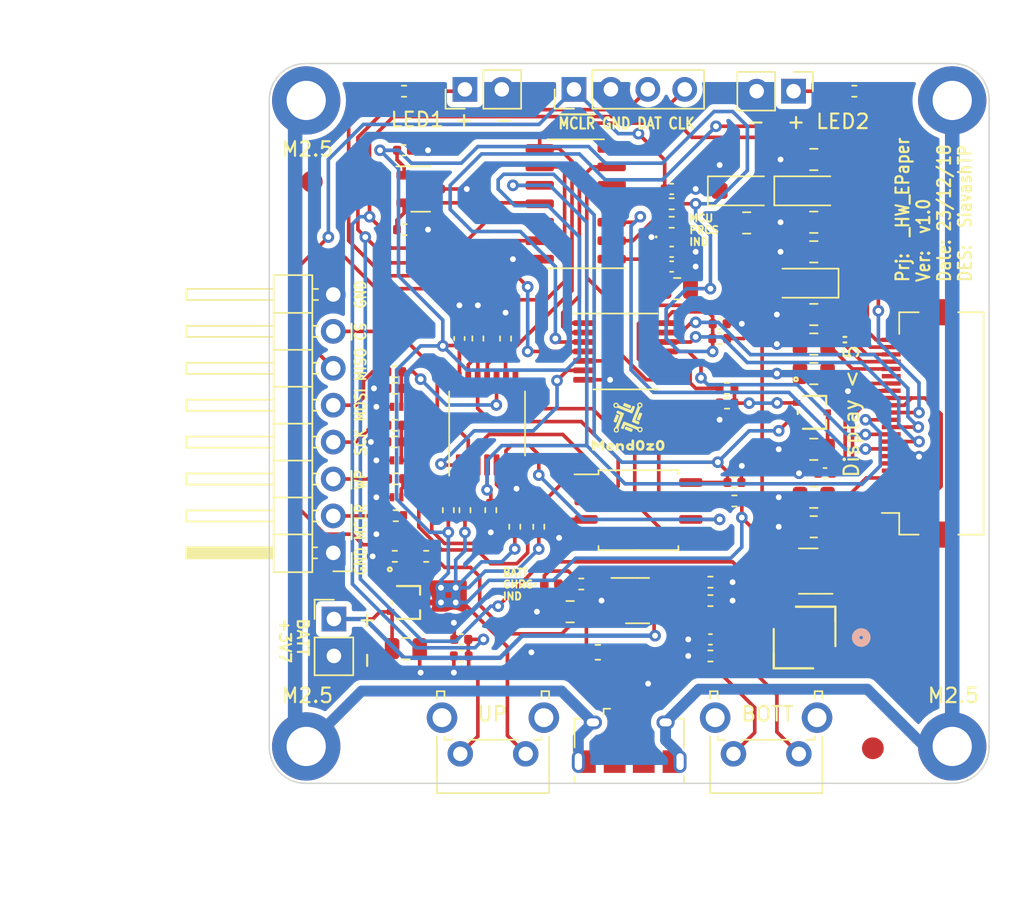
<source format=kicad_pcb>
(kicad_pcb (version 20221018) (generator pcbnew)
  (title_block (title "_HW_EPaper") (date "2023-12-18") (rev "v1.0") (company "Mend0z0") (comment 1 "v1.0") (comment 2 "CHECKED") (comment 3 "Siavash Taher Parvar") (comment 8 "N/A") (comment 9 "First Release"))
  (layers (0 "F.Cu" signal) (31 "B.Cu" signal) (34 "B.Paste" user) (35 "F.Paste" user) (36 "B.SilkS" user "B.Silkscreen") (37 "F.SilkS" user "F.Silkscreen") (38 "B.Mask" user) (39 "F.Mask" user) (44 "Edge.Cuts" user))
  (net 0 "")
  (net 1 "/BLOCK DIAGRAM/MCU/PIC_~{MCLR}")
  (net 2 "GND")
  (net 3 "Net-(U301-VDD)")
  (net 4 "/BLOCK DIAGRAM/BATTERY CIRCUIT/V_BATT")
  (net 5 "/BLOCK DIAGRAM/DISPLAY DRIVER/E24_VDHR")
  (net 6 "/BLOCK DIAGRAM/DISPLAY DRIVER/E24_VCOM")
  (net 7 "/BLOCK DIAGRAM/DISPLAY DRIVER/E24_VGL")
  (net 8 "/BLOCK DIAGRAM/DISPLAY DRIVER/E24_VGH")
  (net 9 "/BLOCK DIAGRAM/DISPLAY DRIVER/E24_VDH")
  (net 10 "/BLOCK DIAGRAM/DISPLAY DRIVER/E24_VDL")
  (net 11 "/BLOCK DIAGRAM/DISPLAY DRIVER/E24_VDD")
  (net 12 "/BLOCK DIAGRAM/MCU/PIC_ICSPDAT")
  (net 13 "/BLOCK DIAGRAM/MCU/PIC_ICSPCLK")
  (net 14 "/BLOCK DIAGRAM/BATTERY CIRCUIT/RT_BATT")
  (net 15 "/BLOCK DIAGRAM/BATTERY CIRCUIT/VBUS")
  (net 16 "Net-(U501-2B)")
  (net 17 "Net-(U501-3B)")
  (net 18 "/BLOCK DIAGRAM/INPUT CIRCUIT/SF_DO")
  (net 19 "/BLOCK DIAGRAM/INPUT CIRCUIT/SF_~{WP}")
  (net 20 "Net-(J1001-VBUS)")
  (net 21 "/BLOCK DIAGRAM/INPUT CIRCUIT/EXTERNAL_SPI_~{CS}")
  (net 22 "/BLOCK DIAGRAM/INPUT CIRCUIT/EXTERNAL_SPI_MISO")
  (net 23 "/BLOCK DIAGRAM/INPUT CIRCUIT/EXTERNAL_SPI_MOSI")
  (net 24 "/BLOCK DIAGRAM/INPUT CIRCUIT/EXTERNAL_SPI_SCK")
  (net 25 "/BLOCK DIAGRAM/INPUT CIRCUIT/EXTERNAL_EEPROM_~{WP}")
  (net 26 "/BLOCK DIAGRAM/INPUT CIRCUIT/EXTERNAL_MCU_~{MCLR}")
  (net 28 "/BLOCK DIAGRAM/DISPLAY DRIVER/E24_GDR")
  (net 29 "/BLOCK DIAGRAM/DISPLAY DRIVER/E24_RESE")
  (net 33 "/BLOCK DIAGRAM/DISPLAY DRIVER/E24_BUSY")
  (net 34 "/BLOCK DIAGRAM/DISPLAY DRIVER/E24_RST")
  (net 35 "/BLOCK DIAGRAM/DISPLAY DRIVER/E24_DC")
  (net 36 "/BLOCK DIAGRAM/DISPLAY DRIVER/E24_~{CS}")
  (net 37 "/BLOCK DIAGRAM/DISPLAY DRIVER/SPI_CLK")
  (net 38 "/BLOCK DIAGRAM/DISPLAY DRIVER/SPI_SDO")
  (net 43 "Earth")
  (net 44 "Net-(LED301-Pad2)")
  (net 45 "Net-(LED1001-Pad1)")
  (net 46 "Net-(Q702-Pad1)")
  (net 47 "Net-(Q1001-Pad1)")
  (net 48 "/BLOCK DIAGRAM/MCU/IND_LED")
  (net 49 "/BLOCK DIAGRAM/SERIAL FLASH/SF_~{HOLD}")
  (net 50 "/BLOCK DIAGRAM/INPUT CIRCUIT/SF_~{CS}")
  (net 51 "/BLOCK DIAGRAM/INPUT CIRCUIT/MCU_SPI_~{CS}")
  (net 52 "/BLOCK DIAGRAM/SIPO/74VHC164_~{CLR}")
  (net 53 "/BLOCK DIAGRAM/DISPLAY DRIVER/PWR")
  (net 54 "/BLOCK DIAGRAM/MCU/TEMP_ADC")
  (net 55 "/BLOCK DIAGRAM/BATTERY CIRCUIT/RT_CHG_SB")
  (net 56 "/BLOCK DIAGRAM/BATTERY CIRCUIT/RT_IMIN")
  (net 57 "/BLOCK DIAGRAM/BATTERY CIRCUIT/RT_ISET")
  (net 58 "/BLOCK DIAGRAM/LED DRIVER/LED_1")
  (net 59 "/BLOCK DIAGRAM/LED DRIVER/LED_2")
  (net 60 "/BLOCK DIAGRAM/MCU/SIPO_CLK")
  (net 61 "/BLOCK DIAGRAM/MCU/SIPO_DATA")
  (net 63 "/BLOCK DIAGRAM/INPUT CIRCUIT/SF_DI")
  (net 64 "/BLOCK DIAGRAM/INPUT CIRCUIT/SF_CLK")
  (net 65 "Net-(C702-Pad1)")
  (net 66 "Net-(C708-Pad1)")
  (net 67 "Net-(C708-Pad2)")
  (net 68 "Net-(J1101-Pad1)")
  (net 69 "Net-(J1102-Pad1)")
  (footprint "Connector_FFC-FPC:Hirose_FH12-24S-0.5SH_1x24-1MP_P0.50mm_Horizontal" (layer "F.Cu") (at 184.414086 218.984486 90)
    (fp_text reference "J701" hide)
    (fp_text value "FPC_24POS_BOTTOM_0.5P")
  )
  (footprint "Resistor_SMD:R_0402_1005Metric" (layer "F.Cu") (at 156.027086 213.142486 90)
    (fp_text reference "R509" hide)
    (fp_text value "10kR_1/16W_1%")
  )
  (footprint "LED_SMD:LED_0402_1005Metric" (layer "F.Cu") (at 159.179086 230.033486)
    (fp_text reference "LED1001" hide)
    (fp_text value "RED_2V")
  )
  (footprint "Capacitor_SMD:C_0402_1005Metric" (layer "F.Cu") (at 152.852086 213.142486 90)
    (fp_text reference "C501" hide)
    (fp_text value "1uF_10V_X7R")
  )
  (footprint "Capacitor_SMD:C_0402_1005Metric" (layer "F.Cu") (at 178.010086 222.413486 180)
    (fp_text reference "C703" hide)
    (fp_text value "100nF_50V")
  )
  (footprint "Resistor_SMD:R_0402_1005Metric" (layer "F.Cu") (at 155.011086 224.953486 -90)
    (fp_text reference "R506" hide)
    (fp_text value "10kR_1/16W_1%")
  )
  (footprint "Resistor_SMD:R_0805_2012Metric" (layer "F.Cu") (at 177.236086 226.096486 180)
    (fp_text reference "R701" hide)
    (fp_text value "0.47R_1/8W_5%")
  )
  (footprint "Capacitor_SMD:C_0805_2012Metric" (layer "F.Cu") (at 177.236086 211.491486 180)
    (fp_text reference "C705" hide)
    (fp_text value "4u7F_16V")
  )
  (footprint "Button_Switch_THT:SW_Tactile_SPST_Angled_PTS645Vx31-2LFS" (layer "F.Cu") (at 157.413086 241.719986 180)
    (fp_text reference "SW802" hide)
    (fp_text value "SPST-NO")
  )
  (footprint "_PCBLIB_Epaper:UFM_TOS" (layer "F.Cu") (at 177.109086 218.222486 -90)
    (fp_text reference "Q702" hide)
    (fp_text value "SSM3J117TU,LF")
  )
  (footprint "Capacitor_SMD:C_0805_2012Metric" (layer "F.Cu") (at 177.236086 215.555486 180)
    (fp_text reference "C704" hide)
    (fp_text value "4u7F_16V")
  )
  (footprint "Resistor_SMD:R_0402_1005Metric" (layer "F.Cu") (at 156.662086 226.096486 90)
    (fp_text reference "R401" hide)
    (fp_text value "10kR_1/16W_1%")
  )
  (footprint "Capacitor_SMD:C_0805_2012Metric" (layer "F.Cu") (at 177.236086 224.064486 180)
    (fp_text reference "C701" hide)
    (fp_text value "4u7F_16V")
  )
  (footprint "Capacitor_SMD:C_0402_1005Metric" (layer "F.Cu") (at 152.979086 233.843486 180)
    (fp_text reference "C802" hide)
    (fp_text value "1uF_10V_X7R")
  )
  (footprint "Resistor_SMD:R_0402_1005Metric" (layer "F.Cu") (at 171.267086 216.571486)
    (fp_text reference "R702" hide)
    (fp_text value "470R_1/16W_1%")
  )
  (footprint "_PCBLIB_Epaper:UFM_TOS" (layer "F.Cu") (at 149.169086 231.303486 -90)
    (fp_text reference "Q1001" hide)
    (fp_text value "SSM3J117TU,LF")
  )
  (footprint "Capacitor_SMD:C_0402_1005Metric" (layer "F.Cu") (at 170.759086 212.126486)
    (fp_text reference "C601" hide)
    (fp_text value "1uF_10V_X7R")
  )
  (footprint "Resistor_SMD:R_0402_1005Metric" (layer "F.Cu") (at 148.407086 220.254486 180)
    (fp_text reference "R505" hide)
    (fp_text value "10kR_1/16W_1%")
  )
  (footprint "Capacitor_SMD:C_0402_1005Metric" (layer "F.Cu") (at 171.775086 223.048486)
    (fp_text reference "C401" hide)
    (fp_text value "1uF_10V_X7R")
  )
  (footprint "Resistor_SMD:R_0402_1005Metric" (layer "F.Cu") (at 161.234086 230.033486)
    (fp_text reference "R1001" hide)
    (fp_text value "100R_1/10W_1%")
  )
  (footprint "_PCBLIB_Epaper:CR_7PCT_L3F_TOS" (layer "F.Cu") (at 148.534086 226.604486 180)
    (fp_text reference "D504" hide)
    (fp_text value "TVS_6.5V_3A")
  )
  (footprint "Resistor_SMD:R_0402_1005Metric" (layer "F.Cu") (at 154.122086 213.140486 90)
    (fp_text reference "R507" hide)
    (fp_text value "10kR_1/16W_1%")
  )
  (footprint "Package_SO:SOIC-8_5.275x5.275mm_P1.27mm" (layer "F.Cu") (at 165.171086 224.953486)
    (fp_text reference "U401" hide)
    (fp_text value "W25Q64JVSSIQ")
  )
  (footprint "Resistor_SMD:R_0402_1005Metric" (layer "F.Cu") (at 153.233086 224.953486 90)
    (fp_text reference "R501" hide)
    (fp_text value "10kR_1/16W_1%")
  )
  (footprint "Resistor_SMD:R_0402_1005Metric" (layer "F.Cu") (at 152.979086 234.986486 180)
    (fp_text reference "R802" hide)
    (fp_text value "10kR_1/16W_1%")
  )
  (footprint "Connector_PinHeader_2.54mm:PinHeader_1x02_P2.54mm_Vertical" (layer "F.Cu") (at 153.228086 195.997486 90)
    (fp_text reference "J1101" hide)
    (fp_text value "HDR_2POS_VERT")
  )
  (footprint "Package_TO_SOT_SMD:SOT-23" (layer "F.Cu") (at 150.185086 202.855486)
    (fp_text reference "U901" hide)
    (fp_text value "MCP9700T-E/TT")
  )
  (footprint "Connector_PinHeader_2.54mm:PinHeader_1x04_P2.54mm_Vertical" (layer "F.Cu") (at 160.736086 195.997486 90)
    (fp_text reference "J301" hide)
    (fp_text value "HDR_4POS_VERT")
  )
  (footprint "Fiducial:Fiducial_1.5mm_Mask3mm" (layer "F.Cu") (at 142.692086 202.347486)
    (fp_text reference "FD1201" hide)
    (fp_text value "1.5mmX3mm")
  )
  (footprint "Resistor_SMD:R_0402_1005Metric" (layer "F.Cu") (at 167.457086 205.141486)
    (fp_text reference "R302" hide)
    (fp_text value "470R_1/16W_1%")
  )
  (footprint "Capacitor_SMD:C_0402_1005Metric" (layer "F.Cu") (at 167.457086 202.852486)
    (fp_text reference "C301" hide)
    (fp_text value "100nF_50V")
  )
  (footprint "_PCBLIB_Epaper:CR_7PCT_L3F_TOS" (layer "F.Cu") (at 148.534086 221.524486 180)
    (fp_text reference "D501" hide)
    (fp_text value "TVS_6.5V_3A")
  )
  (footprint "Resistor_SMD:R_0402_1005Metric" (layer "F.Cu") (at 170.124086 231.176486)
    (fp_text reference "R1002" hide)
    (fp_text value "30kR_1/16W_1%")
  )
  (footprint "Resistor_SMD:R_0402_1005Metric" (layer "F.Cu") (at 149.065086 205.649486)
    (fp_text reference "R901" hide)
    (fp_text value "10kR_1/16W_1%")
  )
  (footprint "Resistor_SMD:R_0402_1005Metric" (layer "F.Cu") (at 150.566086 228.128486 180)
    (fp_text reference "R1004" hide)
    (fp_text value "470R_1/16W_1%")
  )
  (footprint "Resistor_SMD:R_0402_1005Metric" (layer "F.Cu") (at 148.458686 222.794486)
    (fp_text reference "R510" hide)
    (fp_text value "27R_1/16W_1%")
  )
  (footprint "_PCBLIB_Epaper:IND_CDRH3D11HPNP-100NC_SUM" (layer "F.Cu") (at 176.601086 233.716486 180)
    (fp_text reference "L701" hide)
    (fp_text value "10uH_600mA")
  )
  (footprint "Resistor_SMD:R_0402_1005Metric" (layer "F.Cu") (at 158.313086 226.096486 90)
    (fp_text reference "R402" hide)
    (fp_text value "10kR_1/16W_1%")
  )
  (footprint "_PCBLIB_Epaper:LOGO_MEND0Z0" (layer "F.Cu") (at 164.536086 218.984486)
    (fp_text reference "GR1201" hide)
    (fp_text value "Mend0z0 Logo")
  )
  (footprint "Resistor_SMD:R_0402_1005Metric" (layer "F.Cu") (at 170.759086 213.142486)
    (fp_text reference "R601" hide)
    (fp_text value "10kR_1/16W_1%")
  )
  (footprint "Capacitor_SMD:C_0805_2012Metric" (layer "F.Cu") (at 177.236086 207.173486 180)
    (fp_text reference "C707" hide)
    (fp_text value "4u7F_16V")
  )
  (footprint "Resistor_SMD:R_0402_1005Metric" (layer "F.Cu") (at 171.775086 224.318486 180)
    (fp_text reference "R403" hide)
    (fp_text value "10kR_1/16W_1%")
  )
  (footprint "Package_SO:SO-14_3.9x8.65mm_P1.27mm" (layer "F.Cu") (at 160.853086 203.871486 180)
    (fp_text reference "U301" hide)
    (fp_text value "PIC16F15223_8BIT")
  )
  (footprint "Resistor_SMD:R_0402_1005Metric" (layer "F.Cu") (at 148.407086 228.128486 180)
    (fp_text reference "R1005" hide)
    (fp_text value "10kR_1/16W_1%")
  )
  (footprint "Fiducial:Fiducial_1.5mm_Mask3mm" (layer "F.Cu") (at 181.300086 241.336486)
    (fp_text reference "FD1202" hide)
    (fp_text value "1.5mmX3mm")
  )
  (footprint "_PCBLIB_Epaper:CR_7PCT_L3F_TOS" (layer "F.Cu") (at 159.329086 234.732486 180)
    (fp_text reference "D1001" hide)
    (fp_text value "TVS_6.5V_3A")
  )
  (footprint "Diode_SMD:D_SOD-123F" (layer "F.Cu") (at 176.728086 209.332486 180)
    (fp_text reference "D701" hide)
    (fp_text value "SS2040FL")
  )
  (footprint "MountingHole:MountingHole_2.7mm_M2.5_DIN965_Pad" (layer "F.Cu") (at 186.761086 241.209486)
    (fp_text reference "MH1201" hide)
    (fp_text value "M2.5_DIN965")
  )
  (footprint "Resistor_SMD:R_0402_1005Metric" (layer "F.Cu") (at 152.090086 224.953486 90)
    (fp_text reference "R502" hide)
    (fp_text value "10kR_1/16W_1%")
  )
  (footprint "Resistor_SMD:R_0402_1005Metric" (layer "F.Cu") (at 148.407086 215.428486)
    (fp_text reference "R504" hide)
    (fp_text value "27R_1/16W_1%")
  )
  (footprint "Diode_SMD:D_SOD-123F" (layer "F.Cu") (at 172.156086 202.982486)
    (fp_text reference "D703" hide)
    (fp_text value "SS2040FL")
  )
  (footprint "Diode_SMD:D_SOD-123F" (layer "F.Cu") (at 176.728086 202.982486)
    (fp_text reference "D702" hide)
    (fp_text value "SS2040FL")
  )
  (footprint "Capacitor_SMD:C_0805_2012Metric" (layer "F.Cu") (at 177.236086 213.523486 180)
    (fp_text reference "C706" hide)
    (fp_text value "4u7F_16V")
  )
  (footprint "_PCBLIB_Epaper:USB_Micro-B_Amphenol_10118194_Horizontal" (layer "F.Cu") (at 164.536086 240.955486)
    (fp_text reference "J1001" hide)
    (fp_text value "USB_microB_RA")
  )
  (footprint "Connector_PinHeader_2.54mm:PinHeader_1x08_P2.54mm_Horizontal" (layer "F.Cu") (at 144.171086 227.889486 180)
    (fp_text reference "J501" hide)
    (fp_text value "HDR_8POS_RA")
  )
  (footprint "LED_SMD:LED_0402_1005Metric" (layer "F.Cu") (at 167.479086 206.150486)
    (fp_text reference "LED301" hide)
    (fp_text value "RED_2V")
  )
  (footprint "Button_Switch_THT:SW_Tactile_SPST_Angled_PTS645Vx31-2LFS" (layer "F.Cu") (at 176.209086 241.719986 180)
    (fp_text reference "SW801" hide)
    (fp_text value "SPST-NO")
  )
  (footprint "_PCBLIB_Epaper:CR_7PCT_L3F_TOS" (layer "F.Cu") (at 148.534086 217.841486 180)
    (fp_text reference "D502" hide)
    (fp_text value "TVS_6.5V_3A")
  )
  (footprint "Resistor_SMD:R_0402_1005Metric" (layer "F.Cu") (at 170.124086 234.986486 180)
    (fp_text reference "R801" hide)
    (fp_text value "10kR_1/16W_1%")
  )
  (footprint "Package_TO_SOT_SMD:SOT-23" (layer "F.Cu") (at 176.855086 229.144486 180)
    (fp_text reference "Q701" hide)
    (fp_text value "AS3400")
  )
  (footprint "Capacitor_SMD:C_0805_2012Metric" (layer "F.Cu") (at 177.236086 220.762486 180)
    (fp_text reference "C702" hide)
    (fp_text value "4u7F_16V")
  )
  (footprint "MountingHole:MountingHole_2.7mm_M2.5_DIN965_Pad" (layer "F.Cu") (at 186.761086 196.759486)
    (fp_text reference "MH1202" hide)
    (fp_text value "M2.5_DIN965")
  )
  (footprint "Connector_PinHeader_2.54mm:PinHeader_1x02_P2.54mm_Vertical" (layer "F.Cu") (at 175.844086 196.124486 -90)
    (fp_text reference "J1102" hide)
    (fp_text value "HDR_2POS_VERT")
  )
  (footprint "Capacitor_SMD:C_0805_2012Metric" (layer "F.Cu") (at 172.617086 205.187486)
    (fp_text reference "C708" hide)
    (fp_text value "4u7F_16V")
  )
  (footprint "Resistor_SMD:R_0402_1005Metric" (layer "F.Cu") (at 149.042086 196.124486)
    (fp_text reference "R1101" hide)
    (fp_text value "100R_1/10W_1%")
  )
  (footprint "Resistor_SMD:R_0402_1005Metric" (layer "F.Cu") (at 180.030086 196.124486 180)
    (fp_text reference "R1102" hide)
    (fp_text value "100R_1/10W_1%")
  )
  (footprint "Capacitor_SMD:C_0805_2012Metric" (layer "F.Cu") (at 149.169086 234.478486)
    (fp_text reference "C1001" hide)
    (fp_text value "4u7F_16V")
  )
  (footprint "Capacitor_SMD:C_0805_2012Metric" (layer "F.Cu") (at 160.472086 231.938486 180)
    (fp_text reference "C1002" hide)
    (fp_text value "4u7F_16V")
  )
  (footprint "Resistor_SMD:R_0402_1005Metric" (layer "F.Cu") (at 148.471774 225.334486)
    (fp_text reference "R511" hide)
    (fp_text value "27R_1/16W_1%")
  )
  (footprint "Capacitor_SMD:C_0805_2012Metric" (layer "F.Cu") (at 177.236086 200.823486 180)
    (fp_text reference "C709" hide)
    (fp_text value "4u7F_16V")
  )
  (footprint "Package_SO:TSSOP-14_4.4x5mm_P0.65mm" (layer "F.Cu") (at 154.757086 218.984486 90)
    (fp_text reference "U501" hide)
    (fp_text value "SN74HCS32PWR")
  )
  (footprint "MountingHole:MountingHole_2.7mm_M2.5_DIN965_Pad" (layer "F.Cu") (at 142.311086 196.759486)
    (fp_text reference "MH1204" hide)
    (fp_text value "M2.5_DIN965")
  )
  (footprint "Resistor_SMD:R_0805_2012Metric" (layer "F.Cu") (at 167.838086 209.713486 180)
    (fp_text reference "R303" hide)
    (fp_text value "1R_1/4W_1%")
  )
  (footprint "Connector_PinHeader_2.54mm:PinHeader_1x02_P2.54mm_Vertical" (layer "F.Cu") (at 144.216086 232.441486)
    (fp_text reference "J1002" hide)
    (fp_text value "HDR_2POS_VERT")
  )
  (footprint "Package_SO:TSSOP-14_4.4x5mm_P0.65mm" (layer "F.Cu") (at 164.282086 214.031486)
    (fp_text reference "U601" hide)
    (fp_text value "74VHC164FT")
  )
  (footprint "Resistor_SMD:R_0402_1005Metric" (layer "F.Cu") (at 170.124086 229.906486)
    (fp_text reference "R1003" hide)
    (fp_text value "10kR_1/16W_1%")
  )
  (footprint "Capacitor_SMD:C_0402_1005Metric" (layer "F.Cu") (at 167.457086 207.173486)
    (fp_text reference "C302" hide)
    (fp_text value "1uF_10V_X7R")
  )
  (footprint "Resistor_SMD:R_0402_1005Metric" (layer "F.Cu") (at 148.407086 216.571486 180)
    (fp_text reference "R508" hide)
    (fp_text value "10kR_1/16W_1%")
  )
  (footprint "Resistor_SMD:R_0402_1005Metric" (layer "F.Cu") (at 171.267086 217.587486 180)
    (fp_text reference "R703" hide)
    (fp_text value "10kR_1/16W_1%")
  )
  (footprint "Capacitor_SMD:C_0402_1005Metric" (layer "F.Cu") (at 167.457086 208.189486)
    (fp_text reference "C303" hide)
    (fp_text value "100nF_50V")
  )
  (footprint "_PCBLIB_Epaper:CR_7PCT_L3F_TOS" (layer "F.Cu") (at 148.534086 224.064486 180)
    (fp_text reference "D503" hide)
    (fp_text value "TVS_6.5V_3A")
  )
  (footprint "Package_TO_SOT_SMD:SOT-23-6" (layer "F.Cu") (at 165.110086 231.176486)
    (fp_text reference "U1001" hide)
    (fp_text value "RT9526AGE")
  )
  (footprint "MountingHole:MountingHole_2.7mm_M2.5_DIN965_Pad" (layer "F.Cu") (at 142.311086 241.209486)
    (fp_text reference "MH1203" hide)
    (fp_text value "M2.5_DIN965")
  )
  (footprint "Resistor_SMD:R_0402_1005Metric" (layer "F.Cu") (at 148.407086 219.111486)
    (fp_text reference "R503" hide)
    (fp_text value "27R_1/16W_1%")
  )
  (footprint "Resistor_SMD:R_0402_1005Metric" (layer "F.Cu") (at 167.457086 203.871486 180)
    (fp_text reference "R301" hide)
    (fp_text value "10kR_1/16W_1%")
  )
  (footprint "Fuse:Fuse_0603_1608Metric" (layer "F.Cu") (at 162.377086 234.732486 180)
    (fp_text reference "F1001" hide)
    (fp_text value "100mA_15V_0.5R")
  )
  (footprint "Capacitor_SMD:C_0402_1005Metric" (layer "F.Cu") (at 170.124086 233.843486 180)
    (fp_text reference "C801" hide)
    (fp_text value "1uF_10V_X7R")
  )
  (footprint "Capacitor_SMD:C_0805_2012Metric" (layer "F.Cu") (at 177.236086 205.141486 180)
    (fp_text reference "C710" hide)
    (fp_text value "4u7F_16V")
  )
  (footprint "Capacitor_SMD:C_0402_1005Metric" (layer "F.Cu") (at 149.042086 200.188486)
    (fp_text reference "C901" hide)
    (fp_text value "1uF_10V_X7R")
  )
  (gr_line (start 139.771086 241.249486) (end 139.771086 196.719486) (stroke (width 0.1)) (layer "Edge.Cuts"))
  (gr_arc (start 189.301086 241.249486) (mid 188.568853 243.017253) (end 186.801086 243.749486) (stroke (width 0.1)) (layer "Edge.Cuts"))
  (gr_line (start 186.801086 243.749486) (end 142.271086 243.749486) (stroke (width 0.1)) (layer "Edge.Cuts"))
  (gr_line (start 142.271086 194.219486) (end 186.801086 194.219486) (stroke (width 0.1)) (layer "Edge.Cuts"))
  (gr_arc (start 139.771086 196.719486) (mid 140.503319 194.951719) (end 142.271086 194.219486) (stroke (width 0.1)) (layer "Edge.Cuts"))
  (gr_line (start 189.301086 196.719486) (end 189.301086 241.249486) (stroke (width 0.1)) (layer "Edge.Cuts"))
  (gr_arc (start 186.801086 194.219486) (mid 188.568853 194.951719) (end 189.301086 196.719486) (stroke (width 0.1)) (layer "Edge.Cuts"))
  (gr_arc (start 142.271086 243.749486) (mid 140.503319 243.017253) (end 139.771086 241.249486) (stroke (width 0.1)) (layer "Edge.Cuts"))
  (gr_text "M2.5" (at 140.533086 238.288486) (layer "F.SilkS") (effects (font (size 1 1)) (justify left bottom)))
  (gr_text "BATT\nCHRG \nIND" (at 155.773086 231.176486) (layer "F.SilkS") (effects (font (size 0.508 0.508) (thickness 0.127)) (justify left bottom)))
  (gr_text "-  + LED2" (at 172.537086 198.791486) (layer "F.SilkS") (effects (font (size 1 1)) (justify left bottom)))
  (gr_text "UP" (at 153.995086 239.558486) (layer "F.SilkS") (effects (font (size 1 1)) (justify left bottom)))
  (gr_text "M2.5" (at 140.533086 200.696486) (layer "F.SilkS") (effects (font (size 1 1)) (justify left bottom)))
  (gr_text "+  -" (at 145.994086 231.811486 270) (layer "F.SilkS") (effects (font (size 1 1)) (justify left bottom)))
  (gr_text "MCU\nPRCS\nIND" (at 168.600086 206.792486) (layer "F.SilkS") (effects (font (size 0.508 0.508) (thickness 0.127)) (justify left bottom)))
  (gr_text "Prj:  _HW_EPaper\nVer:  v1.0\nDate: 23/12/18\nDES:  SiavashTP" (at 188.158086 209.332486 90) (layer "F.SilkS") (effects (font (size 0.889 0.762)) (justify left bottom)))
  (gr_text "LED1 +  -" (at 148.026086 198.664486) (layer "F.SilkS") (effects (font (size 1 1)) (justify left bottom)))
  (gr_text "Display < 5{dblquote}" (at 180.411086 222.794486 90) (layer "F.SilkS") (effects (font (size 1 1)) (justify left bottom)))
  (gr_text "GND ~{MCLR}  ~{WP}  SCK MOSI MISO ~{CS}  GND" (at 146.502086 229.525486 90) (layer "F.SilkS") (effects (font (size 0.762 0.635) (thickness 0.127)) (justify left bottom)))
  (gr_text "~{MCLR} GND DAT CLK" (at 159.583086 198.791486) (layer "F.SilkS") (effects (font (size 0.762 0.635)) (justify left bottom)))
  (gr_text "BOTT" (at 172.156086 239.558486) (layer "F.SilkS") (effects (font (size 1 1)) (justify left bottom)))
  (gr_text "M2.5" (at 184.983086 238.288486) (layer "F.SilkS") (effects (font (size 1 1)) (justify left bottom)))
  (gr_text "BATT \n+3V7" (at 140.406086 232.319486 270) (layer "F.SilkS") (effects (font (size 0.762 0.762)) (justify left bottom)))
  (segment (start 141.930086 208.062486) (end 143.835086 206.157486) (width 0.25) (layer "F.Cu") (net 1))
  (segment (start 141.930086 224.953486) (end 141.930086 208.062486) (width 0.25) (layer "F.Cu") (net 1))
  (segment (start 165.170586 199.044986) (end 166.977086 200.851486) (width 0.25) (layer "F.Cu") (net 1))
  (segment (start 148.851586 225.464674) (end 148.851586 227.048986) (width 0.25) (layer "F.Cu") (net 1))
  (segment (start 146.211086 227.329486) (end 145.486086 226.604486) (width 0.25) (layer "F.Cu") (net 1))
  (segment (start 148.851586 225.464674) (end 148.851586 226.604486) (width 0.25) (layer "F.Cu") (net 1))
  (segment (start 148.981774 225.334486) (end 148.851586 225.464674) (width 0.25) (layer "F.Cu") (net 1))
  (segment (start 166.947086 203.871486) (end 163.328086 203.871486) (width 0.25) (layer "F.Cu") (net 1))
  (segment (start 166.977086 200.851486) (end 166.977086 202.852486) (width 0.25) (layer "F.Cu") (net 1))
  (segment (start 166.977086 203.841486) (end 166.947086 203.871486) (width 0.25) (layer "F.Cu") (net 1))
  (segment (start 148.851586 227.048986) (end 148.571086 227.329486) (width 0.25) (layer "F.Cu") (net 1))
  (segment (start 148.571086 227.329486) (end 146.211086 227.329486) (width 0.25) (layer "F.Cu") (net 1))
  (segment (start 143.581086 226.604486) (end 141.930086 224.953486) (width 0.25) (layer "F.Cu") (net 1))
  (segment (start 145.486086 226.604486) (end 143.581086 226.604486) (width 0.25) (layer "F.Cu") (net 1))
  (segment (start 166.977086 202.852486) (end 166.977086 203.841486) (width 0.25) (layer "F.Cu") (net 1))
  (via (at 143.835086 206.157486) (size 0.8) (drill 0.4) (layers "F.Cu" "B.Cu") (net 1))
  (via (at 165.170586 199.044986) (size 0.8) (drill 0.4) (layers "F.Cu" "B.Cu") (net 1))
  (segment (start 143.835086 200.823486) (end 146.248086 198.410486) (width 0.25) (layer "B.Cu") (net 1))
  (segment (start 158.323086 198.410486) (end 160.736086 195.997486) (width 0.25) (layer "B.Cu") (net 1))
  (segment (start 146.248086 198.410486) (end 158.323086 198.410486) (width 0.25) (layer "B.Cu") (net 1))
  (segment (start 165.170586 199.044986) (end 163.783586 199.044986) (width 0.25) (layer "B.Cu") (net 1))
  (segment (start 143.835086 206.157486) (end 143.835086 200.823486) (width 0.25) (layer "B.Cu") (net 1))
  (segment (start 163.783586 199.044986) (end 160.736086 195.997486) (width 0.25) (layer "B.Cu") (net 1))
  (segment (start 176.286086 215.555486) (end 174.696086 215.555486) (width 0.25) (layer "F.Cu") (net 2))
  (segment (start 150.119086 234.478486) (end 150.119086 236.063486) (width 0.25) (layer "F.Cu") (net 2))
  (segment (start 151.322586 202.855486) (end 153.360086 202.855486) (width 0.25) (layer "F.Cu") (net 2))
  (segment (start 167.937086 202.852486) (end 169.105086 202.852486) (width 0.25) (layer "F.Cu") (net 2))
  (segment (start 158.378086 207.681486) (end 156.535086 207.681486) (width 0.25) (layer "F.Cu") (net 2))
  (segment (start 163.972586 231.176486) (end 162.631086 231.176486) (width 0.25) (layer "F.Cu") (net 2))
  (segment (start 148.216586 221.524486) (end 147.137086 221.524486) (width 0.25) (layer "F.Cu") (net 2))
  (segment (start 176.286086 220.762486) (end 174.823086 220.762486) (width 0.25) (layer "F.Cu") (net 2))
  (segment (start 155.011086 226.476986) (end 155.011086 225.463486) (width 0.25) (layer "F.Cu") (net 2))
  (segment (start 148.216586 224.064486) (end 147.137086 224.064486) (width 0.25) (layer "F.Cu") (net 2))
  (segment (start 170.756086 202.982486) (end 170.756086 201.207486) (width 0.25) (layer "F.Cu") (net 2))
  (segment (start 146.764684 220.254486) (end 146.760385 220.258785) (width 0.25) (layer "F.Cu") (net 2))
  (segment (start 154.122086 212.630486) (end 154.122086 210.856486) (width 0.25) (layer "F.Cu") (net 2))
  (segment (start 146.972586 216.571486) (end 147.897086 216.571486) (width 0.25) (layer "F.Cu") (net 2))
  (segment (start 149.575086 205.649486) (end 150.693086 205.649486) (width 0.25) (layer "F.Cu") (net 2))
  (segment (start 176.286086 211.491486) (end 174.696086 211.491486) (width 0.25) (layer "F.Cu") (net 2))
  (segment (start 176.286086 200.823486) (end 174.950086 200.823486) (width 0.25) (layer "F.Cu") (net 2))
  (segment (start 182.564086 221.234486) (end 184.439086 221.234486) (width 0.25) (layer "F.Cu") (net 2))
  (segment (start 149.522086 200.188486) (end 150.693086 200.188486) (width 0.25) (layer "F.Cu") (net 2))
  (segment (start 155.011586 226.477486) (end 155.011086 226.476986) (width 0.25) (layer "F.Cu") (net 2))
  (segment (start 170.634086 231.176486) (end 171.648086 231.176486) (width 0.25) (layer "F.Cu") (net 2))
  (segment (start 152.852086 212.662486) (end 152.852086 210.856486) (width 0.25) (layer "F.Cu") (net 2))
  (segment (start 184.439086 221.234486) (end 184.475086 221.270486) (width 0.25) (layer "F.Cu") (net 2))
  (segment (start 166.994086 206.150486) (end 166.075684 206.150486) (width 0.25) (layer "F.Cu") (net 2))
  (segment (start 170.756086 201.207486) (end 170.759086 201.204486) (width 0.25) (layer "F.Cu") (net 2))
  (segment (start 150.119086 236.063486) (end 150.185086 236.129486) (width 0.25) (layer "F.Cu") (net 2))
  (segment (start 167.937086 208.189486) (end 169.108086 208.189486) (width 0.25) (layer "F.Cu") (net 2))
  (segment (start 152.499086 233.843486) (end 152.499086 232.728486) (width 0.25) (layer "F.Cu") (net 2))
  (segment (start 169.614086 234.986486) (end 168.600086 234.986486) (width 0.25) (layer "F.Cu") (net 2))
  (segment (start 169.644086 233.843486) (end 168.600086 233.843486) (width 0.25) (layer "F.Cu") (net 2))
  (segment (start 171.239086 212.126486) (end 172.283086 212.126486) (width 0.25) (layer "F.Cu") (net 2))
  (segment (start 156.707086 223.399986) (end 156.707086 221.846986) (width 0.25) (layer "F.Cu") (net 2))
  (segment (start 172.255086 221.933486) (end 172.283086 221.905486) (width 0.25) (layer "F.Cu") (net 2))
  (segment (start 176.286086 224.064486) (end 174.823086 224.064486) (width 0.25) (layer "F.Cu") (net 2))
  (segment (start 176.286086 213.523486) (end 174.696086 213.523486) (width 0.25) (layer "F.Cu") (net 2))
  (segment (start 163.221086 215.981486) (end 161.419586 215.981486) (width 0.25) (layer "F.Cu") (net 2))
  (segment (start 172.255086 223.048486) (end 172.255086 221.933486) (width 0.25) (layer "F.Cu") (net 2))
  (segment (start 169.105086 202.852486) (end 169.108086 202.855486) (width 0.25) (layer "F.Cu") (net 2))
  (segment (start 148.216586 217.841486) (end 147.137086 217.841486) (width 0.25) (layer "F.Cu") (net 2))
  (segment (start 147.897086 228.128486) (end 146.883086 228.128486) (width 0.25) (layer "F.Cu") (net 2))
  (segment (start 179.585586 216.761986) (end 179.613086 216.734486) (width 0.25) (layer "F.Cu") (net 2))
  (segment (start 156.027086 212.632486) (end 156.027086 211.364486) (width 0.25) (layer "F.Cu") (net 2))
  (segment (start 165.836086 239.555486) (end 165.836086 236.891486) (width 0.3048) (layer "F.Cu") (net 2))
  (segment (start 156.781586 223.474486) (end 156.707086 223.399986) (width 0.25) (layer "F.Cu") (net 2))
  (segment (start 147.897086 220.254486) (end 146.764684 220.254486) (width 0.25) (layer "F.Cu") (net 2))
  (segment (start 176.323586 226.096486) (end 174.823086 226.096486) (width 0.25) (layer "F.Cu") (net 2))
  (segment (start 176.286086 207.173486) (end 174.950086 207.173486) (width 0.25) (layer "F.Cu") (net 2))
  (segment (start 152.469086 234.986486) (end 152.469086 236.127486) (width 0.25) (layer "F.Cu") (net 2))
  (segment (start 159.011586 234.732486) (end 157.805086 234.732486) (width 0.25) (layer "F.Cu") (net 2))
  (segment (start 170.757086 217.587486) (end 170.757086 218.728486) (width 0.25) (layer "F.Cu") (net 2))
  (segment (start 176.286086 205.141486) (end 174.950086 205.141486) (width 0.25) (layer "F.Cu") (net 2))
  (segment (start 179.613086 216.734486) (end 182.564086 216.734486) (width 0.25) (layer "F.Cu") (net 2))
  (segment (start 152.469086 236.127486) (end 152.471086 236.129486) (width 0.25) (layer "F.Cu") (net 2))
  (segment (start 167.937086 207.173486) (end 169.108086 207.173486) (width 0.25) (layer "F.Cu") (net 2))
  (segment (start 152.499086 232.728486) (end 152.471086 232.700486) (width 0.25) (layer "F.Cu") (net 2))
  (segment (start 177.530086 222.413486) (end 176.220086 222.413486) (width 0.25) (layer "F.Cu") (net 2))
  (segment (start 159.522086 231.938486) (end 158.186086 231.938486) (width 0.25) (layer "F.Cu") (net 2))
  (segment (start 161.571086 226.858486) (end 159.710086 226.858486) (width 0.25) (layer "F.Cu") (net 2))
  (segment (start 166.075684 206.150486) (end 166.064385 206.161785) (width 0.25) (layer "F.Cu") (net 2))
  (segment (start 148.216586 226.604486) (end 147.137086 226.604486) (width 0.25) (layer "F.Cu") (net 2))
  (segment (start 170.634086 229.906486) (end 171.648086 229.906486) (width 0.25) (layer "F.Cu") (net 2))
  (via (at 152.852086 210.856486) (size 0.8) (drill 0.4) (layers "F.Cu" "B.Cu") (net 2))
  (via (at 172.283086 221.905486) (size 0.8) (drill 0.4) (layers "F.Cu" "B.Cu") (net 2))
  (via (at 152.471086 236.129486) (size 0.8) (drill 0.4) (layers "F.Cu" "B.Cu") (net 2))
  (via (at 163.221086 215.981486) (size 0.8) (drill 0.4) (layers "F.Cu" "B.Cu") (net 2))
  (via (at 152.471086 232.700486) (size 0.8) (drill 0.4) (layers "F.Cu" "B.Cu") (net 2))
  (via (at 147.137086 221.524486) (size 0.8) (drill 0.4) (layers "F.Cu" "B.Cu") (net 2))
  (via (at 168.600086 233.843486) (size 0.8) (drill 0.4) (layers "F.Cu" "B.Cu") (net 2))
  (via (at 184.475086 221.270486) (size 0.8) (drill 0.4) (layers "F.Cu" "B.Cu") (net 2))
  (via (at 159.710086 226.858486) (size 0.8) (drill 0.4) (layers "F.Cu" "B.Cu") (net 2))
  (via (at 171.648086 229.906486) (size 0.8) (drill 0.4) (layers "F.Cu" "B.Cu") (net 2))
  (via (at 156.535086 207.681486) (size 0.8) (drill 0.4) (layers "F.Cu" "B.Cu") (net 2))
  (via (at 146.760385 220.258785) (size 0.8) (drill 0.4) (layers "F.Cu" "B.Cu") (net 2))
  (via (at 165.836086 236.891486) (size 0.8) (drill 0.4) (layers "F.Cu" "B.Cu") (net 2))
  (via (at 171.648086 231.176486) (size 0.8) (drill 0.4) (layers "F.Cu" "B.Cu") (net 2))
  (via (at 168.600086 234.986486) (size 0.8) (drill 0.4) (layers "F.Cu" "B.Cu") (net 2))
  (via (at 169.108086 207.173486) (size 0.8) (drill 0.4) (layers "F.Cu" "B.Cu") (net 2))
  (via (at 155.011586 226.477486) (size 0.8) (drill 0.4) (layers "F.Cu" "B.Cu") (net 2))
  (via (at 146.883086 228.128486) (size 0.8) (drill 0.4) (layers "F.Cu" "B.Cu") (net 2))
  (via (at 174.696086 213.523486) (size 0.8) (drill 0.4) (layers "F.Cu" "B.Cu") (net 2))
  (via (at 174.823086 220.762486) (size 0.8) (drill 0.4) (layers "F.Cu" "B.Cu") (net 2))
  (via (at 154.122086 210.856486) (size 0.8) (drill 0.4) (layers "F.Cu" "B.Cu") (net 2))
  (via (at 169.108086 208.189486) (size 0.8) (drill 0.4) (layers "F.Cu" "B.Cu") (net 2))
  (via (at 158.186086 231.938486) (size 0.8) (drill 0.4) (layers "F.Cu" "B.Cu") (net 2))
  (via (at 174.950086 200.823486) (size 0.8) (drill 0.4) (layers "F.Cu" "B.Cu") (net 2))
  (via (at 170.759086 201.204486) (size 0.8) (drill 0.4) (layers "F.Cu" "B.Cu") (net 2))
  (via (at 157.805086 234.732486) (size 0.8) (drill 0.4) (layers "F.Cu" "B.Cu") (net 2))
  (via (at 156.781586 223.474486) (size 0.8) (drill 0.4) (layers "F.Cu" "B.Cu") (net 2))
  (via (at 174.823086 226.096486) (size 0.8) (drill 0.4) (layers "F.Cu" "B.Cu") (net 2))
  (via (at 172.283086 212.126486) (size 0.8) (drill 0.4) (layers "F.Cu" "B.Cu") (net 2))
  (via (at 147.137086 224.064486) (size 0.8) (drill 0.4) (layers "F.Cu" "B.Cu") (net 2))
  (via (at 150.693086 200.188486) (size 0.8) (drill 0.4) (layers "F.Cu" "B.Cu") (net 2))
  (via (at 174.696086 211.491486) (size 0.8) (drill 0.4) (layers "F.Cu" "B.Cu") (net 2))
  (via (at 147.137086 226.604486) (size 0.8) (drill 0.4) (layers "F.Cu" "B.Cu") (net 2))
  (via (at 147.137086 217.841486) (size 0.8) (drill 0.4) (layers "F.Cu" "B.Cu") (net 2))
  (via (at 153.360086 202.855486) (size 0.8) (drill 0.4) (layers "F.Cu" "B.Cu") (net 2))
  (via (at 176.220086 222.413486) (size 0.8) (drill 0.4) (layers "F.Cu" "B.Cu") (net 2))
  (via (at 162.631086 231.176486) (size 0.8) (drill 0.4) (layers "F.Cu" "B.Cu") (net 2))
  (via (at 179.585586 216.761986) (size 0.8) (drill 0.4) (layers "F.Cu" "B.Cu") (net 2))
  (via (at 174.950086 207.173486) (size 0.8) (drill 0.4) (layers "F.Cu" "B.Cu") (net 2))
  (via (at 146.972586 216.571486) (size 0.8) (drill 0.4) (layers "F.Cu" "B.Cu") (net 2))
  (via (at 150.693086 205.649486) (size 0.8) (drill 0.4) (layers "F.Cu" "B.Cu") (net 2))
  (via (at 170.759086 218.730486) (size 0.8) (drill 0.4) (layers "F.Cu" "B.Cu") (net 2))
  (via (at 174.696086 215.555486) (size 0.8) (drill 0.4) (layers "F.Cu" "B.Cu") (net 2))
  (via (at 174.950086 205.141486) (size 0.8) (drill 0.4) (layers "F.Cu" "B.Cu") (net 2))
  (via (at 174.823086 224.064486) (size 0.8) (drill 0.4) (layers "F.Cu" "B.Cu") (net 2))
  (via (at 166.064385 206.161785) (size 0.8) (drill 0.4) (layers "F.Cu" "B.Cu") (net 2))
  (via (at 169.108086 202.855486) (size 0.8) (drill 0.4) (layers "F.Cu" "B.Cu") (net 2))
  (via (at 156.027086 211.364486) (size 0.8) (drill 0.4) (layers "F.Cu" "B.Cu") (net 2))
  (via (at 150.185086 236.129486) (size 0.8) (drill 0.4) (layers "F.Cu" "B.Cu") (net 2))
  (segment (start 166.977086 207.173486) (end 166.977086 208.189486) (width 0.25) (layer "F.Cu") (net 3))
  (segment (start 166.977086 209.661986) (end 166.925586 209.713486) (width 0.25) (layer "F.Cu") (net 3))
  (segment (start 166.977086 207.173486) (end 166.187086 207.173486) (width 0.25) (layer "F.Cu") (net 3))
  (segment (start 166.977086 208.189486) (end 166.977086 209.661986) (width 0.25) (layer "F.Cu") (net 3))
  (segment (start 165.679086 207.681486) (end 163.328086 207.681486) (width 0.25) (layer "F.Cu") (net 3))
  (segment (start 166.187086 207.173486) (end 165.679086 207.681486) (width 0.25) (layer "F.Cu") (net 3))
  (segment (start 156.662086 226.606486) (end 156.662086 227.620486) (width 0.25) (layer "F.Cu") (net 4))
  (segment (start 173.045086 226.223486) (end 172.283086 225.461486) (width 0.25) (layer "F.Cu") (net 4))
  (segment (start 173.045086 236.002486) (end 173.045086 226.223486) (width 0.25) (layer "F.Cu") (net 4))
  (segment (start 174.696086 240.206986) (end 174.696086 237.653486) (width 0.25) (layer "F.Cu") (net 4))
  (segment (start 156.154086 234.351486) (end 156.154086 240.460986) (width 0.25) (layer "F.Cu") (net 4))
  (segment (start 167.144586 211.676986) (end 167.144586 212.081486) (width 0.25) (layer "F.Cu") (net 4))
  (segment (start 174.696086 237.653486) (end 173.045086 236.002486) (width 0.25) (layer "F.Cu") (net 4))
  (segment (start 170.279086 214.031486) (end 170.279086 212.126486) (width 0.25) (layer "F.Cu") (net 4))
  (segment (start 169.939086 211.306486) (end 167.515086 211.306486) (width 0.25) (layer "F.Cu") (net 4))
  (segment (start 172.285086 224.318486) (end 172.285086 225.459486) (width 0.25) (layer "F.Cu") (net 4))
  (segment (start 148.562086 200.851486) (end 148.562086 200.188486) (width 0.25) (layer "F.Cu") (net 4))
  (segment (start 168.771086 223.048486) (end 171.295086 223.048486) (width 0.25) (layer "F.Cu") (net 4))
  (segment (start 167.515086 211.306486) (end 167.144586 211.676986) (width 0.25) (layer "F.Cu") (net 4))
  (segment (start 147.391086 200.188486) (end 148.562086 200.188486) (width 0.25) (layer "F.Cu") (net 4))
  (segment (start 170.632086 221.651486) (end 171.295086 222.314486) (width 0.25) (layer "F.Cu") (net 4))
  (segment (start 151.737086 213.622486) (end 151.709086 213.650486) (width 0.25) (layer "F.Cu") (net 4))
  (segment (start 170.279086 212.126486) (end 170.279086 211.646486) (width 0.25) (layer "F.Cu") (net 4))
  (segment (start 172.285086 225.459486) (end 172.283086 225.461486) (width 0.25) (layer "F.Cu") (net 4))
  (segment (start 152.598086 231.303486) (end 153.106086 231.303486) (width 0.25) (layer "F.Cu") (net 4))
  (segment (start 152.852086 216.076986) (end 152.807086 216.121986) (width 0.25) (layer "F.Cu") (net 4))
  (segment (start 158.313086 226.606486) (end 158.313086 227.620486) (width 0.25) (layer "F.Cu") (net 4))
  (segment (start 149.047586 201.336986) (end 148.562086 200.851486) (width 0.25) (layer "F.Cu") (net 4))
  (segment (start 149.047586 201.905486) (end 149.047586 201.336986) (width 0.25) (layer "F.Cu") (net 4))
  (segment (start 153.106086 231.303486) (end 156.154086 234.351486) (width 0.25) (layer "F.Cu") (net 4))
  (segment (start 168.750586 209.713486) (end 170.124086 209.713486) (width 0.25) (layer "F.Cu") (net 4))
  (segment (start 175.443087 218.872485) (end 176.054986 218.872485) (width 0.25) (layer "F.Cu") (net 4))
  (segment (start 176.209086 241.719986) (end 174.696086 240.206986) (width 0.25) (layer "F.Cu") (net 4))
  (segment (start 174.823086 219.492486) (end 175.443087 218.872485) (width 0.25) (layer "F.Cu") (net 4))
  (segment (start 156.154086 240.460986) (end 157.413086 241.719986) (width 0.25) (layer "F.Cu") (net 4))
  (segment (start 152.852086 213.622486) (end 152.852086 216.076986) (width 0.25) (layer "F.Cu") (net 4))
  (segment (start 169.108086 203.871486) (end 167.967086 203.871486) (width 0.25) (layer "F.Cu") (net 4))
  (segment (start 153.233086 225.463486) (end 153.233086 226.477486) (width 0.25) (layer "F.Cu") (net 4))
  (segment (start 170.279086 211.646486) (end 169.939086 211.306486) (width 0.25) (layer "F.Cu") (net 4))
  (segment (start 171.295086 222.314486) (end 171.295086 223.048486) (width 0.25) (layer "F.Cu") (net 4))
  (segment (start 152.852086 213.622486) (end 151.737086 213.622486) (width 0.25) (layer "F.Cu") (net 4))
  (segment (start 152.090086 225.463486) (end 152.090086 226.477486) (width 0.25) (layer "F.Cu") (net 4))
  (via (at 169.108086 203.871486) (size 0.8) (drill 0.4) (layers "F.Cu" "B.Cu") (net 4))
  (via (at 151.582086 230.287486) (size 0.8) (drill 0.4) (layers "F.Cu" "B.Cu") (net 4))
  (via (at 158.313086 227.620486) (size 0.8) (drill 0.4) (layers "F.Cu" "B.Cu") (net 4))
  (via (at 174.823086 219.492486) (size 0.8) (drill 0.4) (layers "F.Cu" "B.Cu") (net 4))
  (via (at 170.124086 209.713486) (size 0.8) (drill 0.4) (layers "F.Cu" "B.Cu") (net 4))
  (via (at 156.662086 227.620486) (size 0.8) (drill 0.4) (layers "F.Cu" "B.Cu") (net 4))
  (via (at 152.598086 231.303486) (size 0.8) (drill 0.4) (layers "F.Cu" "B.Cu") (net 4))
  (via (at 170.632086 221.651486) (size 0.8) (drill 0.4) (layers "F.Cu" "B.Cu") (net 4))
  (via (at 170.279086 214.031486) (size 0.8) (drill 0.4) (layers "F.Cu" "B.Cu") (net 4))
  (via (at 152.090086 226.477486) (size 0.8) (drill 0.4) (layers "F.Cu" "B.Cu") (net 4))
  (via (at 147.391086 200.188486) (size 0.8) (drill 0.4) (layers "F.Cu" "B.Cu") (net 4))
  (via (at 152.598086 230.287486) (size 0.8) (drill 0.4) (layers "F.Cu" "B.Cu") (net 4))
  (via (at 153.233086 226.477486) (size 0.8) (drill 0.4) (layers "F.Cu" "B.Cu") (net 4))
  (via (at 172.283086 225.461486) (size 0.8) (drill 0.4) (layers "F.Cu" "B.Cu") (net 4))
  (via (at 151.709086 213.650486) (size 0.8) (drill 0.4) (layers "F.Cu" "B.Cu") (net 4))
  (via (at 151.582086 231.303486) (size 0.8) (drill 0.4) (layers "F.Cu" "B.Cu") (net 4))
  (segment (start 156.662086 227.620486) (end 155.773086 228.509486) (width 0.25) (layer "B.Cu") (net 4))
  (segment (start 151.582086 229.779486) (end 151.582086 230.287486) (width 0.25) (layer "B.Cu") (net 4))
  (segment (start 164.028086 221.651486) (end 162.123086 219.746486) (width 0.25) (layer "B.Cu") (net 4))
  (segment (start 161.107086 214.412486) (end 160.204136 215.315436) (width 0.25) (layer "B.Cu") (net 4))
  (segment (start 170.378086 203.871486) (end 172.664086 201.585486) (width 0.25) (layer "B.Cu") (net 4))
  (segment (start 169.108086 203.871486) (end 169.108086 205.014486) (width 0.25) (layer "B.Cu") (net 4))
  (segment (start 152.598086 230.287486) (end 152.598086 228.382486) (width 0.25) (layer "B.Cu") (net 4))
  (segment (start 171.521086 228.255486) (end 160.853086 228.255486) (width 0.25) (layer "B.Cu") (net 4))
  (segment (start 152.598086 231.303486) (end 152.598086 230.287486) (width 0.635) (layer "B.Cu") (net 4))
  (segment (start 159.329086 229.779486) (end 154.884086 229.779486) (width 0.25) (layer "B.Cu") (net 4))
  (segment (start 172.664086 198.537486) (end 171.648086 197.521486) (width 0.25) (layer "B.Cu") (net 4))
  (segment (start 169.108086 205.014486) (end 170.124086 206.030486) (width 0.25) (layer "B.Cu") (net 4))
  (segment (start 162.123086 219.746486) (end 162.123086 204.633486) (width 0.25) (layer "B.Cu") (net 4))
  (segment (start 172.791086 219.492486) (end 170.632086 221.651486) (width 0.25) (layer "B.Cu") (net 4))
  (segment (start 174.823086 219.492486) (end 172.791086 219.492486) (width 0.25) (layer "B.Cu") (net 4))
  (segment (start 170.279086 214.031486) (end 167.965086 214.031486) (width 0.25) (layer "B.Cu") (net 4))
  (segment (start 150.185086 213.650486) (end 148.534086 215.301486) (width 0.25) (layer "B.Cu") (net 4))
  (segment (start 152.598086 228.382486) (end 153.233086 227.747486) (width 0.25) (layer "B.Cu") (net 4))
  (segment (start 170.632086 221.651486) (end 164.028086 221.651486) (width 0.25) (layer "B.Cu") (net 4))
  (segment (start 158.313086 227.620486) (end 156.789086 229.144486) (width 0.25) (layer "B.Cu") (net 4))
  (segment (start 152.979086 201.077486) (end 149.550086 201.077486) (width 0.25) (layer "B.Cu") (net 4))
  (segment (start 148.661086 208.824486) (end 151.709086 211.872486) (width 0.25) (layer "B.Cu") (net 4))
  (segment (start 155.519086 202.220486) (end 155.519086 202.855486) (width 0.25) (layer "B.Cu") (net 4))
  (segment (start 156.789086 229.144486) (end 154.630086 229.144486) (width 0.25) (layer "B.Cu") (net 4))
  (segment (start 167.076086 213.142486) (end 167.076086 211.110486) (width 0.25) (layer "B.Cu") (net 4))
  (segment (start 151.582086 231.303486) (end 151.582086 230.287486) (width 0.635) (layer "B.Cu") (net 4))
  (segment (start 153.487086 230.287486) (end 152.598086 230.287486) (width 0.25) (layer "B.Cu") (net 4))
  (segment (start 171.648086 197.521486) (end 170.378086 197.521486) (width 0.25) (layer "B.Cu") (net 4))
  (segment (start 148.534086 215.301486) (end 148.534086 224.191486) (width 0.25) (layer "B.Cu") (net 4))
  (segment (start 156.662086 203.998486) (end 158.948086 203.998486) (width 0.25) (layer "B.Cu") (net 4))
  (segment (start 158.948086 203.998486) (end 161.107086 206.157486) (width 0.25) (layer "B.Cu") (net 4))
  (segment (start 172.664086 201.585486) (end 172.664086 198.537486) (width 0.25) (layer "B.Cu") (net 4))
  (segment (start 154.122086 199.934486) (end 152.979086 201.077486) (width 0.25) (layer "B.Cu") (net 4))
  (segment (start 154.630086 229.144486) (end 153.487086 230.287486) (width 0.25) (layer "B.Cu") (net 4))
  (segment (start 170.124086 206.030486) (end 170.124086 209.713486) (width 0.25) (layer "B.Cu") (net 4))
  (segment (start 167.965086 214.031486) (end 167.076086 213.142486) (width 0.25) (layer "B.Cu") (net 4))
  (segment (start 160.204136 215.315436) (end 153.374036 215.315436) (width 0.25) (layer "B.Cu") (net 4))
  (segment (start 153.374036 215.315436) (end 151.709086 213.650486) (width 0.25) (layer "B.Cu") (net 4))
  (segment (start 152.090086 226.477486) (end 152.090086 229.271486) (width 0.25) (layer "B.Cu") (net 4))
  (segment (start 155.773086 228.509486) (end 154.376086 228.509486) (width 0.25) (layer "B.Cu") (net 4))
  (segment (start 159.329086 201.839486) (end 155.900086 201.839486) (width 0.25) (layer "B.Cu") (net 4))
  (segment (start 161.107086 206.157486) (end 161.107086 214.412486) (width 0.25) (layer "B.Cu") (net 4))
  (segment (start 153.360086 231.303486) (end 152.598086 231.303486) (width 0.25) (layer "B.Cu") (net 4))
  (segment (start 161.742086 199.934486) (end 154.122086 199.934486) (width 0.25) (layer "B.Cu") (net 4))
  (segment (start 155.519086 202.855486) (end 156.662086 203.998486) (width 0.25) (layer "B.Cu") (net 4))
  (segment (start 151.582086 230.287486) (end 152.598086 230.287486) (width 0.635) (layer "B.Cu") (net 4))
  (segment (start 151.709086 213.650486) (end 150.185086 213.650486) (width 0.25) (layer "B.Cu") (net 4))
  (segment (start 162.885086 201.077486) (end 161.742086 199.934486) (width 0.25) (layer "B.Cu") (net 4))
  (segment (start 153.233086 227.747486) (end 153.233086 226.477486) (width 0.25) (layer "B.Cu") (net 4))
  (segment (start 169.108086 203.871486) (end 170.378086 203.871486) (width 0.25) (layer "B.Cu") (net 4))
  (segment (start 148.661086 201.458486) (end 148.661086 208.824486) (width 0.25) (layer "B.Cu") (net 4))
  (segment (start 170.378086 197.521486) (end 166.822086 201.077486) (width 0.25) (layer "B.Cu") (net 4))
  (segment (start 151.582086 231.303486) (end 152.598086 231.303486) (width 0.635) (layer "B.Cu") (net 4))
  (segment (start 152.090086 229.271486) (end 151.582086 229.779486) (width 0.25) (layer "B.Cu") (net 4))
  (segment (start 154.884086 229.779486) (end 153.360086 231.303486) (width 0.25) (layer "B.Cu") (net 4))
  (segment (start 155.900086 201.839486) (end 155.519086 202.220486) (width 0.25) (layer "B.Cu") (net 4))
  (segment (start 154.376086 228.509486) (end 152.598086 230.287486) (width 0.25) (layer "B.Cu") (net 4))
  (segment (start 151.709086 211.872486) (end 151.709086 213.650486) (width 0.25) (layer "B.Cu") (net 4))
  (segment (start 172.283086 225.461486) (end 172.283086 227.493486) (width 0.25) (layer "B.Cu") (net 4))
  (segment (start 172.283086 227.493486) (end 171.521086 228.255486) (width 0.25) (layer "B.Cu") (net 4))
  (segment (start 167.076086 211.110486) (end 168.473086 209.713486) (width 0.25) (layer "B.Cu") (net 4))
  (segment (start 150.820086 226.477486) (end 152.090086 226.477486) (width 0.25) (layer "B.Cu") (net 4))
  (segment (start 168.473086 209.713486) (end 170.124086 209.713486) (width 0.25) (layer "B.Cu") (net 4))
  (segment (start 166.822086 201.077486) (end 162.885086 201.077486) (width 0.25) (layer "B.Cu") (net 4))
  (segment (start 148.661086 200.188486) (end 147.391086 200.188486) (width 0.25) (layer "B.Cu") (net 4))
  (segment (start 147.391086 200.188486) (end 148.661086 201.458486) (width 0.25) (layer "B.Cu") (net 4))
  (segment (start 160.853086 228.255486) (end 159.329086 229.779486) (width 0.25) (layer "B.Cu") (net 4))
  (segment (start 148.534086 224.191486) (end 150.820086 226.477486) (width 0.25) (layer "B.Cu") (net 4))
  (segment (start 149.550086 201.077486) (end 148.661086 200.188486) (width 0.25) (layer "B.Cu") (net 4))
  (segment (start 162.123086 204.633486) (end 159.329086 201.839486) (width 0.25) (layer "B.Cu") (net 4))
  (segment (start 179.522086 224.064486) (end 180.852086 222.734486) (width 0.25) (layer "F.Cu") (net 5))
  (segment (start 178.186086 224.064486) (end 179.522086 224.064486) (width 0.25) (layer "F.Cu") (net 5))
  (segment (start 180.852086 222.734486) (end 182.564086 222.734486) (width 0.25) (layer "F.Cu") (net 5))
  (segment (start 179.776086 200.823486) (end 180.919086 201.966486) (width 0.25) (layer "F.Cu") (net 6))
  (segment (start 181.519086 213.234486) (end 182.564086 213.234486) (width 0.25) (layer "F.Cu") (net 6))
  (segment (start 180.919086 201.966486) (end 180.919086 212.634486) (width 0.25) (layer "F.Cu") (net 6))
  (segment (start 178.186086 200.823486) (end 179.776086 200.823486) (width 0.25) (layer "F.Cu") (net 6))
  (segment (start 180.919086 212.634486) (end 181.519086 213.234486) (width 0.25) (layer "F.Cu") (net 6))
  (segment (start 181.130086 213.734486) (end 180.411086 213.015486) (width 0.25) (layer "F.Cu") (net 7))
  (segment (start 179.649086 205.141486) (end 178.186086 205.141486) (width 0.25) (layer "F.Cu") (net 7))
  (segment (start 178.128086 202.982486) (end 178.128086 205.083486) (width 0.25) (layer "F.Cu") (net 7))
  (segment (start 182.564086 213.734486) (end 181.130086 213.734486) (width 0.25) (layer "F.Cu") (net 7))
  (segment (start 180.411086 213.015486) (end 180.411086 205.903486) (width 0.25) (layer "F.Cu") (net 7))
  (segment (start 180.411086 205.903486) (end 179.649086 205.141486) (width 0.25) (layer "F.Cu") (net 7))
  (segment (start 178.128086 205.083486) (end 178.186086 205.141486) (width 0.25) (layer "F.Cu") (net 7))
  (segment (start 178.186086 211.491486) (end 178.186086 209.390486) (width 0.25) (layer "F.Cu") (net 8))
  (segment (start 179.268086 211.872486) (end 178.887086 211.491486) (width 0.25) (layer "F.Cu") (net 8))
  (segment (start 178.887086 211.491486) (end 178.186086 211.491486) (width 0.25) (layer "F.Cu") (net 8))
  (segment (start 178.186086 209.390486) (end 178.128086 209.332486) (width 0.25) (layer "F.Cu") (net 8))
  (segment (start 180.542586 214.734486) (end 179.268086 213.459986) (width 0.25) (layer "F.Cu") (net 8))
  (segment (start 179.268086 213.459986) (end 179.268086 211.872486) (width 0.25) (layer "F.Cu") (net 8))
  (segment (start 182.564086 214.734486) (end 180.542586 214.734486) (width 0.25) (layer "F.Cu") (net 8))
  (segment (start 179.897086 215.234486) (end 178.186086 213.523486) (width 0.25) (layer "F.Cu") (net 9))
  (segment (start 182.564086 215.234486) (end 179.897086 215.234486) (width 0.25) (layer "F.Cu") (net 9))
  (segment (start 180.868086 214.234486) (end 179.903086 213.269486) (width 0.25) (layer "F.Cu") (net 10))
  (segment (start 182.564086 214.234486) (end 180.868086 214.234486) (width 0.25) (layer "F.Cu") (net 10))
  (segment (start 179.268086 207.173486) (end 178.186086 207.173486) (width 0.25) (layer "F.Cu") (net 10))
  (segment (start 179.903086 213.269486) (end 179.903086 207.808486) (width 0.25) (layer "F.Cu") (net 10))
  (segment (start 179.903086 207.808486) (end 179.268086 207.173486) (width 0.25) (layer "F.Cu") (net 10))
  (segment (start 180.137586 216.234486) (end 179.458586 215.555486) (width 0.25) (layer "F.Cu") (net 11))
  (segment (start 182.564086 216.234486) (end 180.137586 216.234486) (width 0.25) (layer "F.Cu") (net 11))
  (segment (start 179.458586 215.555486) (end 178.186086 215.555486) (width 0.25) (layer "F.Cu") (net 11))
  (segment (start 170.634086 234.986486) (end 170.634086 236.004486) (width 0.25) (layer "F.Cu") (net 12))
  (segment (start 172.029086 232.700486) (end 171.013086 232.700486) (width 0.25) (layer "F.Cu") (net 12))
  (segment (start 170.634086 236.004486) (end 173.172086 238.542486) (width 0.25) (layer "F.Cu") (net 12))
  (segment (start 170.604086 233.109486) (end 170.604086 233.843486) (width 0.25) (layer "F.Cu") (net 12))
  (segment (start 158.378086 206.411486) (end 155.138086 206.411486) (width 0.25) (layer "F.Cu") (net 12))
  (segment (start 148.153086 207.935486) (end 146.375086 206.157486) (width 0.25) (layer "F.Cu") (net 12))
  (segment (start 147.00869 198.156486) (end 145.867086 199.29809) (width 0.25) (layer "F.Cu") (net 12))
  (segment (start 147.772086 197.394486) (end 147.010086 198.156486) (width 0.25) (layer "F.Cu") (net 12))
  (segment (start 173.172086 240.256986) (end 171.709086 241.719986) (width 0.25) (layer "F.Cu") (net 12))
  (segment (start 155.138086 206.411486) (end 153.614086 207.935486) (width 0.25) (layer "F.Cu") (net 12))
  (segment (start 170.634086 234.986486) (end 170.634086 233.873486) (width 0.25) (layer "F.Cu") (net 12))
  (segment (start 171.648086 228.509486) (end 172.537086 229.398486) (width 0.25) (layer "F.Cu") (net 12))
  (segment (start 173.172086 238.542486) (end 173.172086 240.256986) (width 0.25) (layer "F.Cu") (net 12))
  (segment (start 171.013086 232.700486) (end 170.604086 233.109486) (width 0.25) (layer "F.Cu") (net 12))
  (segment (start 170.634086 233.873486) (end 170.604086 233.843486) (width 0.25) (layer "F.Cu") (net 12))
  (segment (start 172.537086 229.398486) (end 172.537086 232.192486) (width 0.25) (layer "F.Cu") (net 12))
  (segment (start 145.867086 199.29809) (end 145.867086 205.649486) (width 0.25) (layer "F.Cu") (net 12))
  (segment (start 145.867086 205.649486) (end 146.375086 206.157486) (width 0.25) (layer "F.Cu") (net 12))
  (segment (start 165.816086 195.997486) (end 164.419086 197.394486) (width 0.25) (layer "F.Cu") (net 12))
  (segment (start 153.614086 207.935486) (end 148.153086 207.935486) (width 0.25) (layer "F.Cu") (net 12))
  (segment (start 158.567086 228.509486) (end 171.648086 228.509486) (width 0.25) (layer "F.Cu") (net 12))
  (segment (start 155.519086 231.557486) (end 158.567086 228.509486) (width 0.25) (layer "F.Cu") (net 12))
  (segment (start 164.419086 197.394486) (end 147.772086 197.394486) (width 0.25) (layer "F.Cu") (net 12))
  (segment (start 172.537086 232.192486) (end 172.029086 232.700486) (width 0.25) (layer "F.Cu") (net 12))
  (segment (start 147.010086 198.156486) (end 147.00869 198.156486) (width 0.25) (layer "F.Cu") (net 12))
  (via (at 155.519086 231.557486) (size 0.8) (drill 0.4) (layers "F.Cu" "B.Cu") (net 12))
  (via (at 146.375086 206.157486) (size 0.8) (drill 0.4) (layers "F.Cu" "B.Cu") (net 12))
  (segment (start 155.011086 231.557486) (end 152.598086 233.970486) (width 0.25) (layer "B.Cu") (net 12))
  (segment (start 146.035385 215.768187) (end 146.375086 215.428486) (width 0.25) (layer "B.Cu") (net 12))
  (segment (start 155.519086 231.557486) (end 155.011086 231.557486) (width 0.25) (layer "B.Cu") (net 12))
  (segment (start 152.598086 233.970486) (end 150.312086 233.970486) (width 0.25) (layer "B.Cu") (net 12))
  (segment (start 146.035385 229.693785) (end 146.035385 215.768187) (width 0.25) (layer "B.Cu") (net 12))
  (segment (start 150.312086 233.970486) (end 146.035385 229.693785) (width 0.25) (layer "B.Cu") (net 12))
  (segment (start 146.375086 215.428486) (end 146.375086 206.157486) (width 0.25) (layer "B.Cu") (net 12))
  (segment (start 153.459086 233.843486) (end 153.459086 234.956486) (width 0.25) (layer "F.Cu") (net 13))
  (segment (start 147.391086 205.485486) (end 146.666086 204.760486) (width 0.25) (layer "F.Cu") (net 13))
  (segment (start 158.378086 205.141486) (end 154.630086 205.141486) (width 0.25) (layer "F.Cu") (net 13))
  (segment (start 153.459086 234.956486) (end 153.489086 234.986486) (width 0.25) (layer "F.Cu") (net 13))
  (segment (start 148.153086 206.919486) (end 147.391086 206.157486) (width 0.25) (layer "F.Cu") (net 13))
  (segment (start 154.122086 240.510986) (end 152.913086 241.719986) (width 0.25) (layer "F.Cu") (net 13))
  (segment (start 146.666086 204.760486) (end 146.666086 199.516486) (width 0.25) (layer "F.Cu") (net 13))
  (segment (start 166.483086 197.870486) (end 168.356086 195.997486) (width 0.25) (layer "F.Cu") (net 13))
  (segment (start 148.312086 197.870486) (end 166.483086 197.870486) (width 0.25) (layer "F.Cu") (net 13))
  (segment (start 147.391086 206.157486) (end 147.391086 205.485486) (width 0.25) (layer "F.Cu") (net 13))
  (segment (start 146.666086 199.516486) (end 148.312086 197.870486) (width 0.25) (layer "F.Cu") (net 13))
  (segment (start 154.630086 205.141486) (end 152.852086 206.919486) (width 0.25) (layer "F.Cu") (net 13))
  (segment (start 152.852086 206.919486) (end 148.153086 206.919486) (width 0.25) (layer "F.Cu") (net 13))
  (segment (start 153.489086 234.986486) (end 153.489086 235.750486) (width 0.25) (layer "F.Cu") (net 13))
  (segment (start 153.489086 235.750486) (end 154.122086 236.383486) (width 0.25) (layer "F.Cu") (net 13))
  (segment (start 153.459086 233.843486) (end 154.503086 233.843486) (width 0.25) (layer "F.Cu") (net 13))
  (segment (start 154.122086 236.383486) (end 154.122086 240.510986) (width 0.25) (layer "F.Cu") (net 13))
  (via (at 154.503086 233.843486) (size 0.8) (drill 0.4) (layers "F.Cu" "B.Cu") (net 13))
  (via (at 146.666086 204.760486) (size 0.8) (drill 0.4) (layers "F.Cu" "B.Cu") (net 13))
  (segment (start 145.486086 230.033486) (end 149.873086 234.420486) (width 0.25) (layer "B.Cu") (net 13))
  (segment (start 153.926086 234.420486) (end 154.503086 233.843486) (width 0.25) (layer "B.Cu") (net 13))
  (segment (start 146.666086 204.760486) (end 145.994086 204.760486) (width 0.25) (layer "B.Cu") (net 13))
  (segment (start 145.994086 204.760486) (end 145.486086 205.268486) (width 0.25) (layer "B.Cu") (net 13))
  (segment (start 145.486086 205.268486) (end 145.486086 230.033486) (width 0.25) (layer "B.Cu") (net 13))
  (segment (start 149.873086 234.420486) (end 153.926086 234.420486) (width 0.25) (layer "B.Cu") (net 13))
  (segment (start 146.888086 232.441486) (end 144.216086 232.441486) (width 0.25) (layer "F.Cu") (net 14))
  (segment (start 148.114986 231.953485) (end 147.376087 231.953485) (width 0.25) (layer "F.Cu") (net 14))
  (segment (start 148.219086 234.478486) (end 148.219086 232.057585) (width 0.25) (layer "F.Cu") (net 14))
  (segment (start 166.247586 232.126486) (end 166.247586 233.522986) (width 0.25) (layer "F.Cu") (net 14))
  (segment (start 147.376087 231.953485) (end 146.888086 232.441486) (width 0.25) (layer "F.Cu") (net 14))
  (segment (start 148.219086 232.057585) (end 148.114986 231.953485) (width 0.25) (layer "F.Cu") (net 14))
  (segment (start 166.247586 233.522986) (end 166.314086 233.589486) (width 0.25) (layer "F.Cu") (net 14))
  (via (at 166.314086 233.589486) (size 0.8) (drill 0.4) (layers "F.Cu" "B.Cu") (net 14))
  (segment (start 155.646086 235.113486) (end 149.042086 235.113486) (width 0.3048) (layer "B.Cu") (net 14))
  (segment (start 149.042086 235.113486) (end 146.370086 232.441486) (width 0.3048) (layer "B.Cu") (net 14))
  (segment (start 146.370086 232.441486) (end 144.216086 232.441486) (width 0.3048) (layer "B.Cu") (net 14))
  (segment (start 166.314086 233.589486) (end 157.170086 233.589486) (width 0.3048) (layer "B.Cu") (net 14))
  (segment (start 157.170086 233.589486) (end 155.646086 235.113486) (width 0.3048) (layer "B.Cu") (net 14))
  (segment (start 161.422086 231.938486) (end 159.898086 233.462486) (width 0.25) (layer "F.Cu") (net 15))
  (segment (start 154.249086 231.493986) (end 154.249086 229.525486) (width 0.25) (layer "F.Cu") (net 15))
  (segment (start 153.614086 228.890486) (end 151.838086 228.890486) (width 0.25) (layer "F.Cu") (net 15))
  (segment (start 154.249086 229.525486) (end 153.614086 228.890486) (width 0.25) (layer "F.Cu") (net 15))
  (segment (start 163.972586 232.126486) (end 161.610086 232.126486) (width 0.25) (layer "F.Cu") (net 15))
  (segment (start 161.589586 232.105986) (end 161.422086 231.938486) (width 0.25) (layer "F.Cu") (net 15))
  (segment (start 161.164596 230.725996) (end 161.422086 230.983486) (width 0.25) (layer "F.Cu") (net 15))
  (segment (start 161.610086 232.126486) (end 161.422086 231.938486) (width 0.25) (layer "F.Cu") (net 15))
  (segment (start 156.217586 233.462486) (end 154.249086 231.493986) (width 0.25) (layer "F.Cu") (net 15))
  (segment (start 159.646586 234.732486) (end 161.589586 234.732486) (width 0.25) (layer "F.Cu") (net 15))
  (segment (start 161.589586 234.732486) (end 161.589586 232.105986) (width 0.25) (layer "F.Cu") (net 15))
  (segment (start 159.898086 233.462486) (end 156.217586 233.462486) (width 0.25) (layer "F.Cu") (net 15))
  (segment (start 151.838086 228.890486) (end 151.076086 228.128486) (width 0.25) (layer "F.Cu") (net 15))
  (segment (start 159.894596 230.725996) (end 161.164596 230.725996) (width 0.25) (layer "F.Cu") (net 15))
  (segment (start 159.664086 230.495486) (end 159.894596 230.725996) (width 0.25) (layer "F.Cu") (net 15))
  (segment (start 161.422086 230.983486) (end 161.422086 231.938486) (width 0.25) (layer "F.Cu") (net 15))
  (segment (start 159.664086 230.033486) (end 159.664086 230.495486) (width 0.25) (layer "F.Cu") (net 15))
  (segment (start 150.947086 226.359791) (end 150.947086 222.667486) (width 0.25) (layer "F.Cu") (net 16))
  (segment (start 155.736086 223.519486) (end 155.736086 226.836639) (width 0.25) (layer "F.Cu") (net 16))
  (segment (start 149.804086 221.524486) (end 148.851586 221.524486) (width 0.25) (layer "F.Cu") (net 16))
  (segment (start 155.736086 226.836639) (end 155.333239 227.239486) (width 0.25) (layer "F.Cu") (net 16))
  (segment (start 151.826781 227.239486) (end 150.947086 226.359791) (width 0.25) (layer "F.Cu") (net 16))
  (segment (start 155.407086 221.846986) (end 155.407086 223.190486) (width 0.25) (layer "F.Cu") (net 16))
  (segment (start 155.333239 227.239486) (end 151.826781 227.239486) (width 0.25) (layer "F.Cu") (net 16))
  (segment (start 150.947086 222.667486) (end 149.804086 221.524486) (width 0.25) (layer "F.Cu") (net 16))
  (segment (start 148.917086 219.111486) (end 148.851586 219.176986) (width 0.25) (layer "F.Cu") (net 16))
  (segment (start 155.407086 223.190486) (end 155.736086 223.519486) (width 0.25) (layer "F.Cu") (net 16))
  (segment (start 148.851586 219.176986) (end 148.851586 221.524486) (width 0.25) (layer "F.Cu") (net 16))
  (segment (start 155.407086 217.699486) (end 155.392086 217.714486) (width 0.25) (layer "F.Cu") (net 17))
  (segment (start 149.677086 215.428486) (end 150.185086 215.936486) (width 0.25) (layer "F.Cu") (net 17))
  (segment (start 155.407086 216.121986) (end 155.407086 217.699486) (width 0.25) (layer "F.Cu") (net 17))
  (segment (start 148.917086 215.428486) (end 149.677086 215.428486) (width 0.25) (layer "F.Cu") (net 17))
  (segment (start 148.851586 215.493986) (end 148.851586 217.841486) (width 0.25) (layer "F.Cu") (net 17))
  (segment (start 148.917086 215.428486) (end 148.851586 215.493986) (width 0.25) (layer "F.Cu") (net 17))
  (via (at 150.185086 215.936486) (size 0.8) (drill 0.4) (layers "F.Cu" "B.Cu") (net 17))
  (via (at 155.392086 217.714486) (size 0.8) (drill 0.4) (layers "F.Cu" "B.Cu") (net 17))
  (segment (start 155.392086 217.714486) (end 151.963086 217.714486) (width 0.25) (layer "B.Cu") (net 17))
  (segment (start 151.963086 217.714486) (end 150.185086 215.936486) (width 0.25) (layer "B.Cu") (net 17))
  (segment (start 161.234086 218.857486) (end 163.774086 221.397486) (width 0.25) (layer "F.Cu") (net 18))
  (segment (start 153.868086 214.539486) (end 154.122086 214.539486) (width 0.25) (layer "F.Cu") (net 18))
  (segment (start 163.774086 221.397486) (end 163.774086 223.302486) (width 0.25) (layer "F.Cu") (net 18))
  (segment (start 163.774086 223.302486) (end 162.758086 224.318486) (width 0.25) (layer "F.Cu") (net 18))
  (segment (start 154.107086 216.121986) (end 154.107086 217.953486) (width 0.25) (layer "F.Cu") (net 18))
  (segment (start 154.122086 213.650486) (end 154.122086 214.539486) (width 0.25) (layer "F.Cu") (net 18))
  (segment (start 154.122086 214.539486) (end 154.122086 216.106986) (width 0.25) (layer "F.Cu") (net 18))
  (segment (start 154.122086 216.106986) (end 154.107086 216.121986) (width 0.25) (layer "F.Cu") (net 18))
  (segment (start 162.758086 224.318486) (end 161.571086 224.318486) (width 0.25) (layer "F.Cu") (net 18))
  (segment (start 154.107086 217.953486) (end 155.011086 218.857486) (width 0.25) (layer "F.Cu") (net 18))
  (segment (start 153.457086 214.950486) (end 153.868086 214.539486) (width 0.25) (layer "F.Cu") (net 18))
  (segment (start 153.457086 216.121986) (end 153.457086 214.950486) (width 0.25) (layer "F.Cu") (net 18))
  (segment (start 155.011086 218.857486) (end 161.234086 218.857486) (width 0.25) (layer "F.Cu") (net 18))
  (segment (start 154.064086 227.689486) (end 151.640385 227.689486) (width 0.25) (layer "F.Cu") (net 19))
  (segment (start 158.313086 225.586486) (end 161.569086 225.586486) (width 0.25) (layer "F.Cu") (net 19))
  (segment (start 150.058086 223.302486) (end 149.550086 222.794486) (width 0.25) (layer "F.Cu") (net 19))
  (segment (start 148.851586 223.492986) (end 148.851586 224.064486) (width 0.25) (layer "F.Cu") (net 19))
  (segment (start 157.809086 225.586486) (end 157.551086 225.844486) (width 0.25) (layer "F.Cu") (net 19))
  (segment (start 151.640385 227.689486) (end 150.058086 226.107187) (width 0.25) (layer "F.Cu") (net 19))
  (segment (start 148.968686 222.794486) (end 148.968686 223.375886) (width 0.25) (layer "F.Cu") (net 19))
  (segment (start 158.313086 225.586486) (end 157.809086 225.586486) (width 0.25) (layer "F.Cu") (net 19))
  (segment (start 161.569086 225.586486) (end 161.571086 225.588486) (width 0.25) (layer "F.Cu") (net 19))
  (segment (start 155.011086 228.636486) (end 154.064086 227.689486) (width 0.25) (layer "F.Cu") (net 19))
  (segment (start 148.968686 223.375886) (end 148.851586 223.492986) (width 0.25) (layer "F.Cu") (net 19))
  (segment (start 149.550086 222.794486) (end 148.968686 222.794486) (width 0.25) (layer "F.Cu") (net 19))
  (segment (start 157.551086 227.874486) (end 156.789086 228.636486) (width 0.25) (layer "F.Cu") (net 19))
  (segment (start 150.058086 226.107187) (end 150.058086 223.302486) (width 0.25) (layer "F.Cu") (net 19))
  (segment (start 156.789086 228.636486) (end 155.011086 228.636486) (width 0.25) (layer "F.Cu") (net 19))
  (segment (start 157.551086 225.844486) (end 157.551086 227.874486) (width 0.25) (layer "F.Cu") (net 19))
  (segment (start 163.236086 234.803986) (end 163.164586 234.732486) (width 0.25) (layer "F.Cu") (net 20))
  (segment (start 163.236086 239.555486) (end 163.236086 234.803986) (width 0.3048) (layer "F.Cu") (net 20))
  (segment (start 151.328086 217.968486) (end 153.457086 220.097486) (width 0.25) (layer "F.Cu") (net 21))
  (segment (start 153.457086 223.459486) (end 153.233086 223.683486) (width 0.25) (layer "F.Cu") (net 21))
  (segment (start 153.233086 223.683486) (end 153.233086 224.443486) (width 0.25) (layer "F.Cu") (net 21))
  (segment (start 148.549086 212.649486) (end 151.328086 215.428486) (width 0.25) (layer "F.Cu") (net 21))
  (segment (start 151.328086 215.428486) (end 151.328086 217.968486) (width 0.25) (layer "F.Cu") (net 21))
  (segment (start 144.171086 212.649486) (end 148.549086 212.649486) (width 0.25) (layer "F.Cu") (net 21))
  (segment (start 153.457086 220.097486) (end 153.457086 221.846986) (width 0.25) (layer "F.Cu") (net 21))
  (segment (start 153.457086 221.846986) (end 153.457086 223.459486) (width 0.25) (layer "F.Cu") (net 21))
  (segment (start 155.138086 210.475486) (end 154.376086 209.713486) (width 0.25) (layer "F.Cu") (net 22))
  (segment (start 142.565086 213.583486) (end 144.171086 215.189486) (width 0.25) (layer "F.Cu") (net 22))
  (segment (start 155.138086 214.539486) (end 154.767086 214.910486) (width 0.25) (layer "F.Cu") (net 22))
  (segment (start 155.138086 210.475486) (end 155.138086 214.539486) (width 0.25) (layer "F.Cu") (net 22))
  (segment (start 159.710086 201.331486) (end 158.378086 201.331486) (width 0.25) (layer "F.Cu") (net 22))
  (segment (start 154.767086 214.910486) (end 154.767086 216.111986) (width 0.25) (layer "F.Cu") (net 22))
  (segment (start 155.138086 210.475486) (end 158.821086 210.475486) (width 0.25) (layer "F.Cu") (net 22))
  (segment (start 158.821086 210.475486) (end 160.091086 209.205486) (width 0.25) (layer "F.Cu") (net 22))
  (segment (start 142.565086 208.316486) (end 142.565086 213.583486) (width 0.25) (layer "F.Cu") (net 22))
  (segment (start 144.978086 207.554486) (end 143.327086 207.554486) (width 0.25) (layer "F.Cu") (net 22))
  (segment (start 160.091086 201.712486) (end 159.710086 201.331486) (width 0.25) (layer "F.Cu") (net 22))
  (segment (start 147.137086 209.713486) (end 144.978086 207.554486) (width 0.25) (layer "F.Cu") (net 22))
  (segment (start 154.376086 209.713486) (end 147.137086 209.713486) (width 0.25) (layer "F.Cu") (net 22))
  (segment (start 154.767086 216.111986) (end 154.757086 216.121986) (width 0.25) (layer "F.Cu") (net 22))
  (segment (start 160.091086 209.205486) (end 160.091086 201.712486) (width 0.25) (layer "F.Cu") (net 22))
  (segment (start 143.327086 207.554486) (end 142.565086 208.316486) (width 0.25) (layer "F.Cu") (net 22))
  (segment (start 145.725086 217.729486) (end 146.248086 217.206486) (width 0.25) (layer "F.Cu") (net 23))
  (segment (start 146.883086 215.428486) (end 147.897086 215.428486) (width 0.25) (layer "F.Cu") (net 23))
  (segment (start 144.171086 217.729486) (end 145.725086 217.729486) (width 0.25) (layer "F.Cu") (net 23))
  (segment (start 146.248086 216.063486) (end 146.883086 215.428486) (width 0.25) (layer "F.Cu") (net 23))
  (segment (start 146.248086 217.206486) (end 146.248086 216.063486) (width 0.25) (layer "F.Cu") (net 23))
  (segment (start 144.171086 220.269486) (end 145.725086 220.269486) (width 0.25) (layer "F.Cu") (net 24))
  (segment (start 145.725086 220.269486) (end 146.883086 219.111486) (width 0.25) (layer "F.Cu") (net 24))
  (segment (start 146.883086 219.111486) (end 147.897086 219.111486) (width 0.25) (layer "F.Cu") (net 24))
  (segment (start 147.933686 222.809486) (end 147.948686 222.794486) (width 0.25) (layer "F.Cu") (net 25))
  (segment (start 144.171086 222.809486) (end 147.933686 222.809486) (width 0.25) (layer "F.Cu") (net 25))
  (segment (start 147.946774 225.349486) (end 147.961774 225.334486) (width 0.25) (layer "F.Cu") (net 26))
  (segment (start 144.171086 225.349486) (end 147.946774 225.349486) (width 0.25) (layer "F.Cu") (net 26))
  (segment (start 180.411086 228.890486) (end 179.207086 230.094486) (width 0.25) (layer "F.Cu") (net 28))
  (segment (start 179.207086 230.094486) (end 177.992586 230.094486) (width 0.25) (layer "F.Cu") (net 28))
  (segment (start 182.564086 224.234486) (end 181.384086 224.234486) (width 0.25) (layer "F.Cu") (net 28))
  (segment (start 180.411086 225.207486) (end 180.411086 228.890486) (width 0.25) (layer "F.Cu") (net 28))
  (segment (start 181.384086 224.234486) (end 180.411086 225.207486) (width 0.25) (layer "F.Cu") (net 28))
  (segment (start 182.564086 223.734486) (end 180.995086 223.734486) (width 0.25) (layer "F.Cu") (net 29))
  (segment (start 179.268086 226.096486) (end 178.148586 226.096486) (width 0.25) (layer "F.Cu") (net 29))
  (segment (start 179.776086 225.588486) (end 179.268086 226.096486) (width 0.25) (layer "F.Cu") (net 29))
  (segment (start 180.995086 223.734486) (end 179.776086 224.953486) (width 0.25) (layer "F.Cu") (net 29))
  (segment (start 178.148586 226.096486) (end 178.148586 228.038486) (width 0.25) (layer "F.Cu") (net 29))
  (segment (start 179.776086 224.953486) (end 179.776086 225.588486) (width 0.25) (layer "F.Cu") (net 29))
  (segment (start 178.148586 228.038486) (end 177.992586 228.194486) (width 0.25) (layer "F.Cu") (net 29))
  (segment (start 180.792086 220.745989) (end 180.803589 220.734486) (width 0.25) (layer "F.Cu") (net 33))
  (segment (start 180.803589 220.734486) (end 182.564086 220.734486) (width 0.25) (layer "F.Cu") (net 33))
  (segment (start 163.328086 205.141486) (end 164.917086 205.141486) (width 0.25) (layer "F.Cu") (net 33))
  (segment (start 164.917086 205.141486) (end 165.298086 204.760486) (width 0.25) (layer "F.Cu") (net 33))
  (via (at 165.298086 204.760486) (size 0.8) (drill 0.4) (layers "F.Cu" "B.Cu") (net 33))
  (via (at 180.792086 220.745989) (size 0.8) (drill 0.4) (layers "F.Cu" "B.Cu") (net 33))
  (segment (start 175.511488 216.847487) (end 166.209087 216.847487) (width 0.25) (layer "B.Cu") (net 33))
  (segment (start 166.209087 216.847487) (end 164.663086 215.301486) (width 0.25) (layer "B.Cu") (net 33))
  (segment (start 164.663086 205.395486) (end 165.298086 204.760486) (width 0.25) (layer "B.Cu") (net 33))
  (segment (start 180.775589 220.762486) (end 179.426487 220.762486) (width 0.25) (layer "B.Cu") (net 33))
  (segment (start 164.663086 215.301486) (end 164.663086 205.395486) (width 0.25) (layer "B.Cu") (net 33))
  (segment (start 179.426487 220.762486) (end 175.511488 216.847487) (width 0.25) (layer "B.Cu") (net 33))
  (segment (start 180.792086 220.745989) (end 180.775589 220.762486) (width 0.25) (layer "B.Cu") (net 33))
  (segment (start 168.757089 213.381486) (end 167.144586 213.381486) (width 0.25) (layer "F.Cu") (net 34))
  (segment (start 183.514086 220.234486) (end 182.564086 220.234486) (width 0.25) (layer "F.Cu") (net 34))
  (segment (start 184.480869 220.232476) (end 183.516096 220.232476) (width 0.25) (layer "F.Cu") (net 34))
  (segment (start 183.516096 220.232476) (end 183.514086 220.234486) (width 0.25) (layer "F.Cu") (net 34))
  (segment (start 169.108086 213.030489) (end 168.757089 213.381486) (width 0.25) (layer "F.Cu") (net 34))
  (via (at 184.480869 220.232476) (size 0.8) (drill 0.4) (layers "F.Cu" "B.Cu") (net 34))
  (via (at 169.108086 213.030489) (size 0.8) (drill 0.4) (layers "F.Cu" "B.Cu") (net 34))
  (segment (start 170.901089 213.030489) (end 172.664086 214.793486) (width 0.25) (layer "B.Cu") (net 34))
  (segment (start 183.078086 219.047986) (end 184.262576 220.232476) (width 0.25) (layer "B.Cu") (net 34))
  (segment (start 172.664086 214.793486) (end 180.538086 214.793486) (width 0.25) (layer "B.Cu") (net 34))
  (segment (start 184.262576 220.232476) (end 184.480869 220.232476) (width 0.25) (layer "B.Cu") (net 34))
  (segment (start 169.108086 213.030489) (end 170.901089 213.030489) (width 0.25) (layer "B.Cu") (net 34))
  (segment (start 180.538086 214.793486) (end 183.078086 217.333486) (width 0.25) (layer "B.Cu") (net 34))
  (segment (start 183.078086 217.333486) (end 183.078086 219.047986) (width 0.25) (layer "B.Cu") (net 34))
  (segment (start 169.474636 214.906036) (end 168.600086 214.031486) (width 0.25) (layer "F.Cu") (net 35))
  (segment (start 169.474636 215.846986) (end 169.474636 214.906036) (width 0.25) (layer "F.Cu") (net 35))
  (segment (start 180.792086 219.746486) (end 180.804086 219.734486) (width 0.25) (layer "F.Cu") (net 35))
  (segment (start 168.600086 214.031486) (end 167.144586 214.031486) (width 0.25) (layer "F.Cu") (net 35))
  (segment (start 180.804086 219.734486) (end 182.564086 219.734486) (width 0.25) (layer "F.Cu") (net 35))
  (via (at 169.474636 215.846986) (size 0.8) (drill 0.4) (layers "F.Cu" "B.Cu") (net 35))
  (via (at 180.792086 219.746486) (size 0.8) (drill 0.4) (layers "F.Cu" "B.Cu") (net 35))
  (segment (start 169.945136 216.317486) (end 176.093086 216.317486) (width 0.25) (layer "B.Cu") (net 35))
  (segment (start 169.474636 215.846986) (end 169.945136 216.317486) (width 0.25) (layer "B.Cu") (net 35))
  (segment (start 179.522086 219.746486) (end 180.792086 219.746486) (width 0.25) (layer "B.Cu") (net 35))
  (segment (start 176.093086 216.317486) (end 179.522086 219.746486) (width 0.25) (layer "B.Cu") (net 35))
  (segment (start 168.122086 212.731486) (end 167.144586 212.731486) (width 0.25) (layer "F.Cu") (net 36))
  (segment (start 169.108086 212.030986) (end 168.822586 212.030986) (width 0.25) (layer "F.Cu") (net 36))
  (segment (start 184.425897 219.234486) (end 182.564086 219.234486) (width 0.25) (layer "F.Cu") (net 36))
  (segment (start 168.822586 212.030986) (end 168.122086 212.731486) (width 0.25) (layer "F.Cu") (net 36))
  (via (at 184.425897 219.234486) (size 0.8) (drill 0.4) (layers "F.Cu" "B.Cu") (net 36))
  (via (at 169.108086 212.030986) (size 0.8) (drill 0.4) (layers "F.Cu" "B.Cu") (net 36))
  (segment (start 183.713086 216.571486) (end 183.713086 218.521675) (width 0.25) (layer "B.Cu") (net 36))
  (segment (start 170.663586 212.030986) (end 172.881086 214.248486) (width 0.25) (layer "B.Cu") (net 36))
  (segment (start 183.713086 218.521675) (end 184.425897 219.234486) (width 0.25) (layer "B.Cu") (net 36))
  (segment (start 169.108086 212.030986) (end 170.663586 212.030986) (width 0.25) (layer "B.Cu") (net 36))
  (segment (start 181.390086 214.248486) (end 183.713086 216.571486) (width 0.25) (layer "B.Cu") (net 36))
  (segment (start 172.881086 214.248486) (end 181.390086 214.248486) (width 0.25) (layer "B.Cu") (net 36))
  (segment (start 154.757086 223.556486) (end 154.757086 221.846986) (width 0.25) (layer "F.Cu") (net 37))
  (segment (start 180.792086 218.734544) (end 182.564028 218.734544) (width 0.25) (layer "F.Cu") (net 37))
  (segment (start 155.011086 223.810486) (end 154.757086 223.556486) (width 0.25) (layer "F.Cu") (net 37))
  (segment (start 182.564028 218.734544) (end 182.564086 218.734486) (width 0.25) (layer "F.Cu") (net 37))
  (segment (start 155.011086 224.443486) (end 155.011086 223.810486) (width 0.25) (layer "F.Cu") (net 37))
  (segment (start 158.378086 202.601486) (end 156.535086 202.601486) (width 0.25) (layer "F.Cu") (net 37))
  (via (at 180.792086 218.734544) (size 0.8) (drill 0.4) (layers "F.Cu" "B.Cu") (net 37))
  (via (at 156.535086 202.601486) (size 0.8) (drill 0.4) (layers "F.Cu" "B.Cu") (net 37))
  (via (at 154.757086 223.556486) (size 0.8) (drill 0.4) (layers "F.Cu" "B.Cu") (net 37))
  (segment (start 159.075086 202.601486) (end 161.615086 205.141486) (width 0.25) (layer "B.Cu") (net 37))
  (segment (start 164.245086 223.138486) (end 161.615086 220.508486) (width 0.25) (layer "B.Cu") (net 37))
  (segment (start 180.501086 223.138486) (end 164.245086 223.138486) (width 0.25) (layer "B.Cu") (net 37))
  (segment (start 181.808086 219.619486) (end 181.808086 221.905486) (width 0.25) (layer "B.Cu") (net 37))
  (segment (start 181.808086 221.905486) (end 180.538086 223.175486) (width 0.25) (layer "B.Cu") (net 37))
  (segment (start 161.615086 220.508486) (end 161.615086 220.381486) (width 0.25) (layer "B.Cu") (net 37))
  (segment (start 161.615086 220.508486) (end 155.773086 220.508486) (width 0.25) (layer "B.Cu") (net 37))
  (segment (start 180.923144 218.734544) (end 181.808086 219.619486) (width 0.25) (layer "B.Cu") (net 37))
  (segment (start 154.757086 221.524486) (end 154.757086 223.556486) (width 0.25) (layer "B.Cu") (net 37))
  (segment (start 156.535086 202.601486) (end 159.075086 202.601486) (width 0.25) (layer "B.Cu") (net 37))
  (segment (start 155.773086 220.508486) (end 154.757086 221.524486) (width 0.25) (layer "B.Cu") (net 37))
  (segment (start 161.615086 205.141486) (end 161.615086 220.381486) (width 0.25) (layer "B.Cu") (net 37))
  (segment (start 180.538086 223.175486) (end 180.501086 223.138486) (width 0.25) (layer "B.Cu") (net 37))
  (segment (start 180.792086 218.734544) (end 180.923144 218.734544) (width 0.25) (layer "B.Cu") (net 37))
  (segment (start 160.599086 200.950486) (end 160.599086 209.840486) (width 0.25) (layer "F.Cu") (net 38))
  (segment (start 158.378086 200.061486) (end 158.378086 199.234486) (width 0.25) (layer "F.Cu") (net 38))
  (segment (start 159.292086 198.320486) (end 167.875086 198.320486) (width 0.25) (layer "F.Cu") (net 38))
  (segment (start 156.787086 213.652486) (end 156.027086 213.652486) (width 0.25) (layer "F.Cu") (net 38))
  (segment (start 156.027086 216.091986) (end 156.057086 216.121986) (width 0.25) (layer "F.Cu") (net 38))
  (segment (start 159.710086 200.061486) (end 160.599086 200.950486) (width 0.25) (layer "F.Cu") (net 38))
  (segment (start 158.378086 200.061486) (end 159.710086 200.061486) (width 0.25) (layer "F.Cu") (net 38))
  (segment (start 167.875086 198.320486) (end 168.854086 199.299486) (width 0.25) (layer "F.Cu") (net 38))
  (segment (start 184.475086 218.234486) (end 182.564086 218.234486) (width 0.25) (layer "F.Cu") (net 38))
  (segment (start 158.378086 199.234486) (end 159.292086 198.320486) (width 0.25) (layer "F.Cu") (net 38))
  (segment (start 180.030086 199.299486) (end 181.681086 200.950486) (width 0.25) (layer "F.Cu") (net 38))
  (segment (start 181.681086 200.950486) (end 181.681086 211.237486) (width 0.25) (layer "F.Cu") (net 38))
  (segment (start 160.599086 209.840486) (end 156.787086 213.652486) (width 0.25) (layer "F.Cu") (net 38))
  (segment (start 156.027086 213.652486) (end 156.027086 216.091986) (width 0.25) (layer "F.Cu") (net 38))
  (segment (start 168.854086 199.299486) (end 180.030086 199.299486) (width 0.25) (layer "F.Cu") (net 38))
  (via (at 181.681086 211.237486) (size 0.8) (drill 0.4) (layers "F.Cu" "B.Cu") (net 38))
  (via (at 184.475086 218.234486) (size 0.8) (drill 0.4) (layers "F.Cu" "B.Cu") (net 38))
  (segment (start 184.475086 216.190486) (end 181.681086 213.396486) (width 0.25) (layer "B.Cu") (net 38))
  (segment (start 181.681086 213.396486) (end 181.681086 211.237486) (width 0.25) (layer "B.Cu") (net 38))
  (segment (start 184.475086 218.234486) (end 184.475086 216.190486) (width 0.25) (layer "B.Cu") (net 38))
  (segment (start 162.383086 242.104486) (end 162.250086 241.971486) (width 0.75) (layer "F.Cu") (net 43))
  (segment (start 167.197086 242.104486) (end 162.383086 242.104486) (width 0.75) (layer "F.Cu") (net 43))
  (segment (start 162.036086 239.555486) (end 159.880086 237.399486) (width 0.75) (layer "B.Cu") (net 43))
  (segment (start 161.036086 241.463486) (end 161.036086 240.555486) (width 0.75) (layer "B.Cu") (net 43))
  (segment (start 142.311086 241.209486) (end 141.549086 240.447486) (width 1) (layer "B.Cu") (net 43))
  (segment (start 167.036086 240.788486) (end 167.838086 241.590486) (width 0.75) (layer "B.Cu") (net 43))
  (segment (start 167.036086 239.555486) (end 167.036086 240.788486) (width 0.75) (layer "B.Cu") (net 43))
  (segment (start 161.036086 240.555486) (end 162.036086 239.555486) (width 0.75) (layer "B.Cu") (net 43))
  (segment (start 186.761086 196.759486) (end 186.761086 241.209486) (width 1) (layer "B.Cu") (net 43))
  (segment (start 141.549086 198.537486) (end 141.041086 198.029486) (width 1) (layer "B.Cu") (net 43))
  (segment (start 184.856086 241.209486) (end 180.919086 237.272486) (width 0.75) (layer "B.Cu") (net 43))
  (segment (start 141.549086 240.447486) (end 141.549086 198.537486) (width 1) (layer "B.Cu") (net 43))
  (segment (start 159.880086 237.399486) (end 146.121086 237.399486) (width 0.75) (layer "B.Cu") (net 43))
  (segment (start 146.121086 237.399486) (end 142.311086 241.209486) (width 0.75) (layer "B.Cu") (net 43))
  (segment (start 186.761086 241.209486) (end 184.856086 241.209486) (width 0.25) (layer "B.Cu") (net 43))
  (segment (start 180.919086 237.272486) (end 169.319086 237.272486) (width 0.75) (layer "B.Cu") (net 43))
  (segment (start 141.041086 198.029486) (end 142.311086 196.759486) (width 0.25) (layer "B.Cu") (net 43))
  (segment (start 169.319086 237.272486) (end 167.036086 239.555486) (width 0.75) (layer "B.Cu") (net 43))
  (segment (start 167.967086 206.147486) (end 167.964086 206.150486) (width 0.25) (layer "F.Cu") (net 44))
  (segment (start 167.967086 205.141486) (end 167.967086 206.147486) (width 0.25) (layer "F.Cu") (net 44))
  (segment (start 159.011586 229.144486) (end 158.694086 229.461986) (width 0.25) (layer "F.Cu") (net 45))
  (segment (start 158.694086 229.461986) (end 158.694086 230.033486) (width 0.25) (layer "F.Cu") (net 45))
  (segment (start 160.345086 229.144486) (end 159.011586 229.144486) (width 0.25) (layer "F.Cu") (net 45))
  (segment (start 160.724086 230.033486) (end 160.724086 229.523486) (width 0.25) (layer "F.Cu") (net 45))
  (segment (start 160.724086 229.523486) (end 160.345086 229.144486) (width 0.25) (layer "F.Cu") (net 45))
  (segment (start 176.054986 217.572487) (end 174.711085 217.572487) (width 0.25) (layer "F.Cu") (net 46))
  (segment (start 174.696086 217.587486) (end 174.711085 217.572487) (width 0.25) (layer "F.Cu") (net 46))
  (segment (start 171.777086 217.587486) (end 172.791086 217.587486) (width 0.25) (layer "F.Cu") (net 46))
  (segment (start 171.777086 216.571486) (end 171.777086 217.587486) (width 0.25) (layer "F.Cu") (net 46))
  (via (at 172.791086 217.587486) (size 0.8) (drill 0.4) (layers "F.Cu" "B.Cu") (net 46))
  (via (at 174.711085 217.572487) (size 0.8) (drill 0.4) (layers "F.Cu" "B.Cu") (net 46))
  (segment (start 172.791086 217.587486) (end 174.696086 217.587486) (width 0.25) (layer "B.Cu") (net 46))
  (segment (start 174.696086 217.587486) (end 174.711085 217.572487) (width 0.25) (layer "B.Cu") (net 46))
  (segment (start 150.056086 228.128486) (end 148.917086 228.128486) (width 0.25) (layer "F.Cu") (net 47))
  (segment (start 148.917086 229.015486) (end 148.917086 228.128486) (width 0.25) (layer "F.Cu") (net 47))
  (segment (start 148.114986 230.653487) (end 148.114986 229.817586) (width 0.25) (layer "F.Cu") (net 47))
  (segment (start 148.114986 229.817586) (end 148.917086 229.015486) (width 0.25) (layer "F.Cu") (net 47))
  (segment (start 166.060086 205.141486) (end 166.947086 205.141486) (width 0.25) (layer "F.Cu") (net 48))
  (segment (start 164.790086 206.411486) (end 166.060086 205.141486) (width 0.25) (layer "F.Cu") (net 48))
  (segment (start 163.328086 206.411486) (end 164.790086 206.411486) (width 0.25) (layer "F.Cu") (net 48))
  (segment (start 171.265086 224.318486) (end 168.771086 224.318486) (width 0.25) (layer "F.Cu") (net 49))
  (segment (start 166.568086 218.095486) (end 166.568086 223.810486) (width 0.25) (layer "F.Cu") (net 49))
  (segment (start 163.154086 214.681486) (end 166.568086 218.095486) (width 0.25) (layer "F.Cu") (net 49))
  (segment (start 166.568086 223.810486) (end 167.076086 224.318486) (width 0.25) (layer "F.Cu") (net 49))
  (segment (start 167.076086 224.318486) (end 168.771086 224.318486) (width 0.25) (layer "F.Cu") (net 49))
  (segment (start 161.419586 214.681486) (end 163.154086 214.681486) (width 0.25) (layer "F.Cu") (net 49))
  (segment (start 156.662086 225.586486) (end 156.662086 224.699486) (width 0.25) (layer "F.Cu") (net 50))
  (segment (start 159.964086 223.048486) (end 161.571086 223.048486) (width 0.25) (layer "F.Cu") (net 50))
  (segment (start 156.916086 224.445486) (end 158.567086 224.445486) (width 0.25) (layer "F.Cu") (net 50))
  (segment (start 158.567086 224.445486) (end 159.964086 223.048486) (width 0.25) (layer "F.Cu") (net 50))
  (segment (start 154.107086 221.846986) (end 154.107086 220.523486) (width 0.25) (layer "F.Cu") (net 50))
  (segment (start 161.571086 221.353486) (end 161.571086 223.048486) (width 0.25) (layer "F.Cu") (net 50))
  (segment (start 154.884086 219.746486) (end 159.964086 219.746486) (width 0.25) (layer "F.Cu") (net 50))
  (segment (start 156.662086 224.699486) (end 156.916086 224.445486) (width 0.25) (layer "F.Cu") (net 50))
  (segment (start 154.107086 220.523486) (end 154.884086 219.746486) (width 0.25) (layer "F.Cu") (net 50))
  (segment (start 159.964086 219.746486) (end 161.571086 221.353486) (width 0.25) (layer "F.Cu") (net 50))
  (segment (start 159.568636 216.040436) (end 159.710086 215.898986) (width 0.25) (layer "F.Cu") (net 51))
  (segment (start 151.650586 221.846986) (end 151.582086 221.778486) (width 0.25) (layer "F.Cu") (net 51))
  (segment (start 159.568636 216.040436) (end 160.277586 215.331486) (width 0.25) (layer "F.Cu") (net 51))
  (segment (start 152.807086 222.966486) (end 152.090086 223.683486) (width 0.25) (layer "F.Cu") (net 51))
  (segment (start 152.807086 221.846986) (end 152.807086 222.966486) (width 0.25) (layer "F.Cu") (net 51))
  (segment (start 152.807086 221.846986) (end 151.650586 221.846986) (width 0.25) (layer "F.Cu") (net 51))
  (segment (start 152.090086 223.683486) (end 152.090086 224.443486) (width 0.25) (layer "F.Cu") (net 51))
  (segment (start 160.277586 215.331486) (end 161.419586 215.331486) (width 0.25) (layer "F.Cu") (net 51))
  (via (at 159.568636 216.040436) (size 0.8) (drill 0.4) (layers "F.Cu" "B.Cu") (net 51))
  (via (at 151.582086 221.778486) (size 0.8) (drill 0.4) (layers "F.Cu" "B.Cu") (net 51))
  (segment (start 153.868086 219.492486) (end 157.932086 219.492486) (width 0.25) (layer "B.Cu") (net 51))
  (segment (start 157.932086 219.492486) (end 159.568636 217.855936) (width 0.25) (layer "B.Cu") (net 51))
  (segment (start 151.582086 221.778486) (end 153.868086 219.492486) (width 0.25) (layer "B.Cu") (net 51))
  (segment (start 159.568636 217.855936) (end 159.568636 216.040436) (width 0.25) (layer "B.Cu") (net 51))
  (segment (start 165.963086 215.331486) (end 167.144586 215.331486) (width 0.25) (layer "F.Cu") (net 52))
  (segment (start 173.045086 211.364486) (end 172.537086 210.856486) (width 0.25) (layer "F.Cu") (net 52))
  (segment (start 172.410086 213.142486) (end 173.045086 212.507486) (width 0.25) (layer "F.Cu") (net 52))
  (segment (start 165.171086 214.539486) (end 165.963086 215.331486) (width 0.25) (layer "F.Cu") (net 52))
  (segment (start 171.269086 213.142486) (end 172.410086 213.142486) (width 0.25) (layer "F.Cu") (net 52))
  (segment (start 166.441086 210.856486) (end 165.171086 212.126486) (width 0.25) (layer "F.Cu") (net 52))
  (segment (start 173.045086 212.507486) (end 173.045086 211.364486) (width 0.25) (layer "F.Cu") (net 52))
  (segment (start 165.171086 212.126486) (end 165.171086 214.539486) (width 0.25) (layer "F.Cu") (net 52))
  (segment (start 172.537086 210.856486) (end 166.441086 210.856486) (width 0.25) (layer "F.Cu") (net 52))
  (segment (start 168.488086 214.681486) (end 168.727086 214.920486) (width 0.25) (layer "F.Cu") (net 53))
  (segment (start 168.727086 214.920486) (end 168.727086 216.190486) (width 0.25) (layer "F.Cu") (net 53))
  (segment (start 167.144586 214.681486) (end 168.488086 214.681486) (width 0.25) (layer "F.Cu") (net 53))
  (segment (start 168.727086 216.190486) (end 169.108086 216.571486) (width 0.25) (layer "F.Cu") (net 53))
  (segment (start 169.108086 216.571486) (end 170.757086 216.571486) (width 0.25) (layer "F.Cu") (net 53))
  (segment (start 148.555086 204.993486) (end 149.047586 204.500986) (width 0.25) (layer "F.Cu") (net 54))
  (segment (start 149.047586 203.805486) (end 158.312086 203.805486) (width 0.25) (layer "F.Cu") (net 54))
  (segment (start 148.555086 205.649486) (end 148.555086 204.993486) (width 0.25) (layer "F.Cu") (net 54))
  (segment (start 158.312086 203.805486) (end 158.378086 203.871486) (width 0.25) (layer "F.Cu") (net 54))
  (segment (start 149.047586 204.500986) (end 149.047586 203.805486) (width 0.25) (layer "F.Cu") (net 54))
  (segment (start 162.824086 230.226486) (end 162.631086 230.033486) (width 0.25) (layer "F.Cu") (net 55))
  (segment (start 162.631086 230.033486) (end 161.744086 230.033486) (width 0.25) (layer "F.Cu") (net 55))
  (segment (start 163.972586 230.226486) (end 162.824086 230.226486) (width 0.25) (layer "F.Cu") (net 55))
  (segment (start 167.772086 230.226486) (end 168.092086 229.906486) (width 0.25) (layer "F.Cu") (net 56))
  (segment (start 168.092086 229.906486) (end 169.614086 229.906486) (width 0.25) (layer "F.Cu") (net 56))
  (segment (start 166.247586 230.226486) (end 167.772086 230.226486) (width 0.25) (layer "F.Cu") (net 56))
  (segment (start 166.247586 231.176486) (end 169.614086 231.176486) (width 0.25) (layer "F.Cu") (net 57))
  (segment (start 157.551086 214.031486) (end 161.419586 214.031486) (width 0.25) (layer "F.Cu") (net 58))
  (segment (start 148.532086 196.124486) (end 147.645086 196.124486) (width 0.25) (layer "F.Cu") (net 58))
  (segment (start 145.232086 206.411486) (end 147.645086 208.824486) (width 0.25) (layer "F.Cu") (net 58))
  (segment (start 145.232086 198.537486) (end 145.232086 206.411486) (width 0.25) (layer "F.Cu") (net 58))
  (segment (start 147.645086 196.124486) (end 145.232086 198.537486) (width 0.25) (layer "F.Cu") (net 58))
  (segment (start 156.789086 208.824486) (end 157.551086 209.586486) (width 0.25) (layer "F.Cu") (net 58))
  (segment (start 147.645086 208.824486) (end 156.789086 208.824486) (width 0.25) (layer "F.Cu") (net 58))
  (via (at 157.551086 209.586486) (size 0.8) (drill 0.4) (layers "F.Cu" "B.Cu") (net 58))
  (via (at 157.551086 214.031486) (size 0.8) (drill 0.4) (layers "F.Cu" "B.Cu") (net 58))
  (segment (start 157.551086 214.031486) (end 157.551086 209.586486) (width 0.25) (layer "B.Cu") (net 58))
  (segment (start 170.505086 198.537486) (end 179.522086 198.537486) (width 0.25) (layer "F.Cu") (net 59))
  (segment (start 179.522086 198.537486) (end 180.540086 197.519486) (width 0.25) (layer "F.Cu") (net 59))
  (segment (start 159.695086 213.381486) (end 161.419586 213.381486) (width 0.25) (layer "F.Cu") (net 59))
  (segment (start 180.540086 197.519486) (end 180.540086 196.124486) (width 0.25) (layer "F.Cu") (net 59))
  (segment (start 159.456086 213.142486) (end 159.695086 213.381486) (width 0.25) (layer "F.Cu") (net 59))
  (via (at 159.456086 213.142486) (size 0.8) (drill 0.4) (layers "F.Cu" "B.Cu") (net 59))
  (via (at 170.505086 198.537486) (size 0.8) (drill 0.4) (layers "F.Cu" "B.Cu") (net 59))
  (segment (start 157.043086 205.776486) (end 153.741086 205.776486) (width 0.25) (layer "B.Cu") (net 59))
  (segment (start 159.456086 208.189486) (end 157.043086 205.776486) (width 0.25) (layer "B.Cu") (net 59))
  (segment (start 154.376086 200.442486) (end 161.107086 200.442486) (width 0.25) (layer "B.Cu") (net 59))
  (segment (start 161.107086 200.442486) (end 162.885086 202.220486) (width 0.25) (layer "B.Cu") (net 59))
  (segment (start 159.456086 213.142486) (end 159.456086 208.189486) (width 0.25) (layer "B.Cu") (net 59))
  (segment (start 162.885086 202.220486) (end 166.822086 202.220486) (width 0.25) (layer "B.Cu") (net 59))
  (segment (start 152.217086 204.252486) (end 152.217086 202.601486) (width 0.25) (layer "B.Cu") (net 59))
  (segment (start 166.822086 202.220486) (end 170.505086 198.537486) (width 0.25) (layer "B.Cu") (net 59))
  (segment (start 153.741086 205.776486) (end 152.217086 204.252486) (width 0.25) (layer "B.Cu") (net 59))
  (segment (start 152.217086 202.601486) (end 154.376086 200.442486) (width 0.25) (layer "B.Cu") (net 59))
  (segment (start 163.647086 210.983486) (end 163.647086 213.904486) (width 0.25) (layer "F.Cu") (net 60))
  (segment (start 165.724086 215.981486) (end 167.144586 215.981486) (width 0.25) (layer "F.Cu") (net 60))
  (segment (start 161.615086 208.951486) (end 163.647086 210.983486) (width 0.25) (layer "F.Cu") (net 60))
  (segment (start 162.059586 202.601486) (end 161.615086 203.045986) (width 0.25) (layer "F.Cu") (net 60))
  (segment (start 161.615086 203.045986) (end 161.615086 208.951486) (width 0.25) (layer "F.Cu") (net 60))
  (segment (start 163.647086 213.904486) (end 165.724086 215.981486) (width 0.25) (layer "F.Cu") (net 60))
  (segment (start 163.328086 202.601486) (end 162.059586 202.601486) (width 0.25) (layer "F.Cu") (net 60))
  (segment (start 161.996086 201.331486) (end 163.328086 201.331486) (width 0.25) (layer "F.Cu") (net 61))
  (segment (start 159.964086 211.364486) (end 161.107086 210.221486) (width 0.25) (layer "F.Cu") (net 61))
  (segment (start 160.378586 212.731486) (end 159.964086 212.316986) (width 0.25) (layer "F.Cu") (net 61))
  (segment (start 161.419586 212.081486) (end 160.390086 212.081486) (width 0.25) (layer "F.Cu") (net 61))
  (segment (start 160.390086 212.081486) (end 159.964086 211.655486) (width 0.25) (layer "F.Cu") (net 61))
  (segment (start 161.419586 212.731486) (end 160.378586 212.731486) (width 0.25) (layer "F.Cu") (net 61))
  (segment (start 161.107086 210.221486) (end 161.107086 202.220486) (width 0.25) (layer "F.Cu") (net 61))
  (segment (start 159.964086 211.655486) (end 159.964086 211.364486) (width 0.25) (layer "F.Cu") (net 61))
  (segment (start 161.107086 202.220486) (end 161.996086 201.331486) (width 0.25) (layer "F.Cu") (net 61))
  (segment (start 159.964086 212.316986) (end 159.964086 211.655486) (width 0.25) (layer "F.Cu") (net 61))
  (segment (start 167.330086 226.858486) (end 168.771086 226.858486) (width 0.25) (layer "F.Cu") (net 63))
  (segment (start 164.917086 220.889486) (end 164.917086 224.445486) (width 0.25) (layer "F.Cu") (net 63))
  (segment (start 161.996086 217.968486) (end 164.917086 220.889486) (width 0.25) (layer "F.Cu") (net 63))
  (segment (start 156.707086 216.121986) (end 156.707086 217.378486) (width 0.25) (layer "F.Cu") (net 63))
  (segment (start 157.297086 217.968486) (end 161.996086 217.968486) (width 0.25) (layer "F.Cu") (net 63))
  (segment (start 156.707086 217.378486) (end 157.297086 217.968486) (width 0.25) (layer "F.Cu") (net 63))
  (segment (start 164.917086 224.445486) (end 167.330086 226.858486) (width 0.25) (layer "F.Cu") (net 63))
  (segment (start 170.759086 225.588486) (end 168.771086 225.588486) (width 0.25) (layer "F.Cu") (net 64))
  (segment (start 156.408086 220.508486) (end 156.057086 220.859486) (width 0.25) (layer "F.Cu") (net 64))
  (segment (start 157.678086 220.508486) (end 156.408086 220.508486) (width 0.25) (layer "F.Cu") (net 64))
  (segment (start 156.057086 220.859486) (end 156.057086 221.846986) (width 0.25) (layer "F.Cu") (net 64))
  (segment (start 158.313086 221.143486) (end 157.678086 220.508486) (width 0.25) (layer "F.Cu") (net 64))
  (segment (start 158.313086 222.540486) (end 158.313086 221.143486) (width 0.25) (layer "F.Cu") (net 64))
  (via (at 158.313086 222.540486) (size 0.8) (drill 0.4) (layers "F.Cu" "B.Cu") (net 64))
  (via (at 170.759086 225.588486) (size 0.8) (drill 0.4) (layers "F.Cu" "B.Cu") (net 64))
  (segment (start 170.759086 225.588486) (end 161.361086 225.588486) (width 0.25) (layer "B.Cu") (net 64))
  (segment (start 161.361086 225.588486) (end 158.313086 222.540486) (width 0.25) (layer "B.Cu") (net 64))
  (segment (start 181.935086 231.06949) (end 181.935086 227.366486) (width 0.25) (layer "F.Cu") (net 65))
  (segment (start 185.999086 218.349486) (end 184.884086 217.234486) (width 0.25) (layer "F.Cu") (net 65))
  (segment (start 178.186086 220.762486) (end 178.186086 218.245386) (width 0.25) (layer "F.Cu") (net 65))
  (segment (start 178.490086 222.413486) (end 178.186086 222.109486) (width 0.25) (layer "F.Cu") (net 65))
  (segment (start 177.944588 235.059988) (end 181.935086 231.06949) (width 0.25) (layer "F.Cu") (net 65))
  (segment (start 183.967086 217.234486) (end 182.564086 217.234486) (width 0.25) (layer "F.Cu") (net 65))
  (segment (start 179.903086 221.778486) (end 179.268086 222.413486) (width 0.25) (layer "F.Cu") (net 65))
  (segment (start 182.564086 217.734486) (end 183.467086 217.734486) (width 0.25) (layer "F.Cu") (net 65))
  (segment (start 183.467086 217.734486) (end 183.967086 217.234486) (width 0.25) (layer "F.Cu") (net 65))
  (segment (start 179.395086 218.222486) (end 179.395086 221.508486) (width 0.25) (layer "F.Cu") (net 65))
  (segment (start 179.268086 222.413486) (end 178.490086 222.413486) (width 0.25) (layer "F.Cu") (net 65))
  (segment (start 182.564086 217.734486) (end 180.645086 217.734486) (width 0.25) (layer "F.Cu") (net 65))
  (segment (start 185.999086 223.302486) (end 185.999086 218.349486) (width 0.25) (layer "F.Cu") (net 65))
  (segment (start 184.884086 217.234486) (end 183.967086 217.234486) (width 0.25) (layer "F.Cu") (net 65))
  (segment (start 182.564086 217.234486) (end 180.383086 217.234486) (width 0.25) (layer "F.Cu") (net 65))
  (segment (start 179.395086 221.508486) (end 178.490086 222.413486) (width 0.25) (layer "F.Cu") (net 65))
  (segment (start 179.903086 218.476486) (end 179.903086 221.778486) (width 0.25) (layer "F.Cu") (net 65))
  (segment (start 180.383086 217.234486) (end 179.395086 218.222486) (width 0.25) (layer "F.Cu") (net 65))
  (segment (start 178.186086 222.109486) (end 178.186086 220.762486) (width 0.25) (layer "F.Cu") (net 65))
  (segment (start 178.186086 218.245386) (end 178.163186 218.222486) (width 0.25) (layer "F.Cu") (net 65))
  (segment (start 181.935086 227.366486) (end 185.999086 223.302486) (width 0.25) (layer "F.Cu") (net 65))
  (segment (start 180.645086 217.734486) (end 179.903086 218.476486) (width 0.25) (layer "F.Cu") (net 65))
  (segment (start 173.680086 209.332486) (end 171.667086 207.319486) (width 0.25) (layer "F.Cu") (net 66))
  (segment (start 175.328086 209.332486) (end 174.061086 209.332486) (width 0.25) (layer "F.Cu") (net 66))
  (segment (start 171.667086 207.319486) (end 171.667086 205.187486) (width 0.25) (layer "F.Cu") (net 66))
  (segment (start 173.680086 230.795486) (end 173.680086 209.332486) (width 0.25) (layer "F.Cu") (net 66))
  (segment (start 175.257584 232.372984) (end 173.680086 230.795486) (width 0.25) (layer "F.Cu") (net 66))
  (segment (start 173.807086 209.332486) (end 174.061086 209.332486) (width 0.25) (layer "F.Cu") (net 66))
  (segment (start 173.680086 209.332486) (end 173.807086 209.332486) (width 0.25) (layer "F.Cu") (net 66))
  (segment (start 175.717586 229.144486) (end 173.680086 229.144486) (width 0.25) (layer "F.Cu") (net 66))
  (segment (start 173.556086 202.982486) (end 175.328086 202.982486) (width 0.25) (layer "F.Cu") (net 67))
  (segment (start 173.567086 205.187486) (end 173.567086 202.993486) (width 0.25) (layer "F.Cu") (net 67))
  (segment (start 173.567086 202.993486) (end 173.556086 202.982486) (width 0.25) (layer "F.Cu") (net 67))
  (segment (start 153.101086 196.124486) (end 153.228086 195.997486) (width 0.25) (layer "F.Cu") (net 68))
  (segment (start 149.552086 196.124486) (end 153.101086 196.124486) (width 0.25) (layer "F.Cu") (net 68))
  (segment (start 175.844086 196.124486) (end 179.520086 196.124486) (width 0.25) (layer "F.Cu") (net 69))
  (zone (net 4) (net_name "/BLOCK DIAGRAM/BATTERY CIRCUIT/V_BATT") (layer "F.Cu") (connect_pads (clearance 0.5)) (min_thickness 0.25) (fill yes (thermal_gap 0.5) (thermal_bridge_width 0.5))
    (polygon (pts (xy 149.804086 229.779486) (xy 153.360086 229.779486) (xy 153.360086 231.938486) (xy 149.804086 231.938486)))
  )
  (zone (net 2) (net_name "GND") (layer "B.Cu") (priority 1) (connect_pads yes (clearance 0.381)) (min_thickness 0.254) (fill yes (thermal_gap 0.5) (thermal_bridge_width 0.5))
    (polygon (pts (xy 139.771086 194.219486) (xy 139.771086 243.749486) (xy 189.301086 243.749486) (xy 189.301086 194.219486)))
  )
)
</source>
